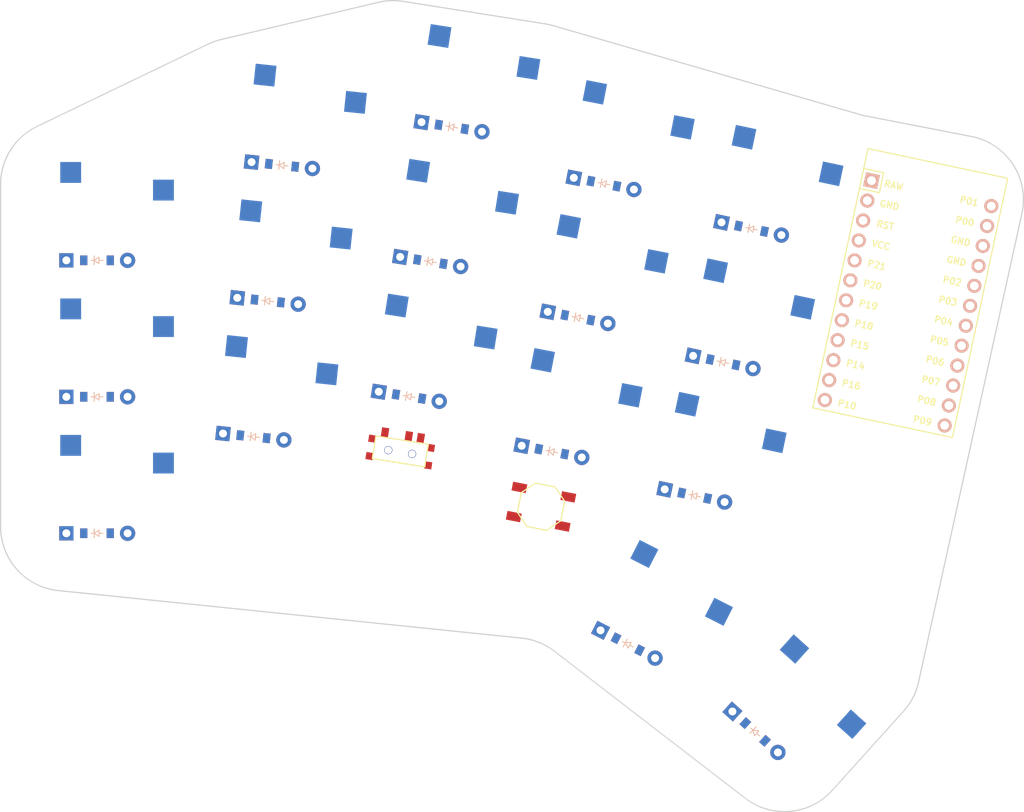
<source format=kicad_pcb>


(kicad_pcb (version 20171130) (host pcbnew 5.1.6)

  (page A3)
  (title_block
    (title "splaynin")
    (rev "v1.0.0")
    (company "Unknown")
  )

  (general
    (thickness 1.6)
  )

  (layers
    (0 F.Cu signal)
    (31 B.Cu signal)
    (32 B.Adhes user)
    (33 F.Adhes user)
    (34 B.Paste user)
    (35 F.Paste user)
    (36 B.SilkS user)
    (37 F.SilkS user)
    (38 B.Mask user)
    (39 F.Mask user)
    (40 Dwgs.User user)
    (41 Cmts.User user)
    (42 Eco1.User user)
    (43 Eco2.User user)
    (44 Edge.Cuts user)
    (45 Margin user)
    (46 B.CrtYd user)
    (47 F.CrtYd user)
    (48 B.Fab user)
    (49 F.Fab user)
  )

  (setup
    (last_trace_width 0.25)
    (trace_clearance 0.2)
    (zone_clearance 0.508)
    (zone_45_only no)
    (trace_min 0.2)
    (via_size 0.8)
    (via_drill 0.4)
    (via_min_size 0.4)
    (via_min_drill 0.3)
    (uvia_size 0.3)
    (uvia_drill 0.1)
    (uvias_allowed no)
    (uvia_min_size 0.2)
    (uvia_min_drill 0.1)
    (edge_width 0.05)
    (segment_width 0.2)
    (pcb_text_width 0.3)
    (pcb_text_size 1.5 1.5)
    (mod_edge_width 0.12)
    (mod_text_size 1 1)
    (mod_text_width 0.15)
    (pad_size 1.524 1.524)
    (pad_drill 0.762)
    (pad_to_mask_clearance 0.05)
    (aux_axis_origin 0 0)
    (visible_elements FFFFFF7F)
    (pcbplotparams
      (layerselection 0x010fc_ffffffff)
      (usegerberextensions false)
      (usegerberattributes true)
      (usegerberadvancedattributes true)
      (creategerberjobfile true)
      (excludeedgelayer true)
      (linewidth 0.100000)
      (plotframeref false)
      (viasonmask false)
      (mode 1)
      (useauxorigin false)
      (hpglpennumber 1)
      (hpglpenspeed 20)
      (hpglpendiameter 15.000000)
      (psnegative false)
      (psa4output false)
      (plotreference true)
      (plotvalue true)
      (plotinvisibletext false)
      (padsonsilk false)
      (subtractmaskfromsilk false)
      (outputformat 1)
      (mirror false)
      (drillshape 1)
      (scaleselection 1)
      (outputdirectory ""))
  )

  (net 0 "")
(net 1 "P14")
(net 2 "pinky_bottom")
(net 3 "pinky_home")
(net 4 "pinky_top")
(net 5 "P16")
(net 6 "ring_bottom")
(net 7 "ring_home")
(net 8 "ring_top")
(net 9 "P10")
(net 10 "middle_bottom")
(net 11 "middle_home")
(net 12 "middle_top")
(net 13 "P8")
(net 14 "index_bottom")
(net 15 "index_home")
(net 16 "index_top")
(net 17 "P9")
(net 18 "inner_bottom")
(net 19 "inner_home")
(net 20 "inner_top")
(net 21 "left_onerow")
(net 22 "right_onerow")
(net 23 "P18")
(net 24 "P19")
(net 25 "P20")
(net 26 "P15")
(net 27 "RAW")
(net 28 "GND")
(net 29 "RST")
(net 30 "VCC")
(net 31 "P21")
(net 32 "P1")
(net 33 "P0")
(net 34 "P2")
(net 35 "P3")
(net 36 "P4")
(net 37 "P5")
(net 38 "P6")
(net 39 "P7")

  (net_class Default "This is the default net class."
    (clearance 0.2)
    (trace_width 0.25)
    (via_dia 0.8)
    (via_drill 0.4)
    (uvia_dia 0.3)
    (uvia_drill 0.1)
    (add_net "")
(add_net "P14")
(add_net "pinky_bottom")
(add_net "pinky_home")
(add_net "pinky_top")
(add_net "P16")
(add_net "ring_bottom")
(add_net "ring_home")
(add_net "ring_top")
(add_net "P10")
(add_net "middle_bottom")
(add_net "middle_home")
(add_net "middle_top")
(add_net "P8")
(add_net "index_bottom")
(add_net "index_home")
(add_net "index_top")
(add_net "P9")
(add_net "inner_bottom")
(add_net "inner_home")
(add_net "inner_top")
(add_net "left_onerow")
(add_net "right_onerow")
(add_net "P18")
(add_net "P19")
(add_net "P20")
(add_net "P15")
(add_net "RAW")
(add_net "GND")
(add_net "RST")
(add_net "VCC")
(add_net "P21")
(add_net "P1")
(add_net "P0")
(add_net "P2")
(add_net "P3")
(add_net "P4")
(add_net "P5")
(add_net "P6")
(add_net "P7")
  )

  
        
      (module PG1350 (layer F.Cu) (tedit 5DD50112)
      (at 100 100 0)

      
      (fp_text reference "S1" (at 0 0) (layer F.SilkS) hide (effects (font (size 1.27 1.27) (thickness 0.15))))
      (fp_text value "" (at 0 0) (layer F.SilkS) hide (effects (font (size 1.27 1.27) (thickness 0.15))))

      
      (fp_line (start -7 -6) (end -7 -7) (layer Dwgs.User) (width 0.15))
      (fp_line (start -7 7) (end -6 7) (layer Dwgs.User) (width 0.15))
      (fp_line (start -6 -7) (end -7 -7) (layer Dwgs.User) (width 0.15))
      (fp_line (start -7 7) (end -7 6) (layer Dwgs.User) (width 0.15))
      (fp_line (start 7 6) (end 7 7) (layer Dwgs.User) (width 0.15))
      (fp_line (start 7 -7) (end 6 -7) (layer Dwgs.User) (width 0.15))
      (fp_line (start 6 7) (end 7 7) (layer Dwgs.User) (width 0.15))
      (fp_line (start 7 -7) (end 7 -6) (layer Dwgs.User) (width 0.15))      
      
      
      (pad "" np_thru_hole circle (at 0 0) (size 3.429 3.429) (drill 3.429) (layers *.Cu *.Mask))
        
      
      (pad "" np_thru_hole circle (at 5.5 0) (size 1.7018 1.7018) (drill 1.7018) (layers *.Cu *.Mask))
      (pad "" np_thru_hole circle (at -5.5 0) (size 1.7018 1.7018) (drill 1.7018) (layers *.Cu *.Mask))
      
        
      
      (fp_line (start -9 -8.5) (end 9 -8.5) (layer Dwgs.User) (width 0.15))
      (fp_line (start 9 -8.5) (end 9 8.5) (layer Dwgs.User) (width 0.15))
      (fp_line (start 9 8.5) (end -9 8.5) (layer Dwgs.User) (width 0.15))
      (fp_line (start -9 8.5) (end -9 -8.5) (layer Dwgs.User) (width 0.15))
      
        
          
          (pad "" np_thru_hole circle (at 5 -3.75) (size 3 3) (drill 3) (layers *.Cu *.Mask))
          (pad "" np_thru_hole circle (at 0 -5.95) (size 3 3) (drill 3) (layers *.Cu *.Mask))
      
          
          (pad 1 smd rect (at -3.275 -5.95 0) (size 2.6 2.6) (layers B.Cu B.Paste B.Mask)  (net 1 "P14"))
          (pad 2 smd rect (at 8.275 -3.75 0) (size 2.6 2.6) (layers B.Cu B.Paste B.Mask)  (net 2 "pinky_bottom"))
        )
        

        
      (module PG1350 (layer F.Cu) (tedit 5DD50112)
      (at 100 83 0)

      
      (fp_text reference "S2" (at 0 0) (layer F.SilkS) hide (effects (font (size 1.27 1.27) (thickness 0.15))))
      (fp_text value "" (at 0 0) (layer F.SilkS) hide (effects (font (size 1.27 1.27) (thickness 0.15))))

      
      (fp_line (start -7 -6) (end -7 -7) (layer Dwgs.User) (width 0.15))
      (fp_line (start -7 7) (end -6 7) (layer Dwgs.User) (width 0.15))
      (fp_line (start -6 -7) (end -7 -7) (layer Dwgs.User) (width 0.15))
      (fp_line (start -7 7) (end -7 6) (layer Dwgs.User) (width 0.15))
      (fp_line (start 7 6) (end 7 7) (layer Dwgs.User) (width 0.15))
      (fp_line (start 7 -7) (end 6 -7) (layer Dwgs.User) (width 0.15))
      (fp_line (start 6 7) (end 7 7) (layer Dwgs.User) (width 0.15))
      (fp_line (start 7 -7) (end 7 -6) (layer Dwgs.User) (width 0.15))      
      
      
      (pad "" np_thru_hole circle (at 0 0) (size 3.429 3.429) (drill 3.429) (layers *.Cu *.Mask))
        
      
      (pad "" np_thru_hole circle (at 5.5 0) (size 1.7018 1.7018) (drill 1.7018) (layers *.Cu *.Mask))
      (pad "" np_thru_hole circle (at -5.5 0) (size 1.7018 1.7018) (drill 1.7018) (layers *.Cu *.Mask))
      
        
      
      (fp_line (start -9 -8.5) (end 9 -8.5) (layer Dwgs.User) (width 0.15))
      (fp_line (start 9 -8.5) (end 9 8.5) (layer Dwgs.User) (width 0.15))
      (fp_line (start 9 8.5) (end -9 8.5) (layer Dwgs.User) (width 0.15))
      (fp_line (start -9 8.5) (end -9 -8.5) (layer Dwgs.User) (width 0.15))
      
        
          
          (pad "" np_thru_hole circle (at 5 -3.75) (size 3 3) (drill 3) (layers *.Cu *.Mask))
          (pad "" np_thru_hole circle (at 0 -5.95) (size 3 3) (drill 3) (layers *.Cu *.Mask))
      
          
          (pad 1 smd rect (at -3.275 -5.95 0) (size 2.6 2.6) (layers B.Cu B.Paste B.Mask)  (net 1 "P14"))
          (pad 2 smd rect (at 8.275 -3.75 0) (size 2.6 2.6) (layers B.Cu B.Paste B.Mask)  (net 3 "pinky_home"))
        )
        

        
      (module PG1350 (layer F.Cu) (tedit 5DD50112)
      (at 100 66 0)

      
      (fp_text reference "S3" (at 0 0) (layer F.SilkS) hide (effects (font (size 1.27 1.27) (thickness 0.15))))
      (fp_text value "" (at 0 0) (layer F.SilkS) hide (effects (font (size 1.27 1.27) (thickness 0.15))))

      
      (fp_line (start -7 -6) (end -7 -7) (layer Dwgs.User) (width 0.15))
      (fp_line (start -7 7) (end -6 7) (layer Dwgs.User) (width 0.15))
      (fp_line (start -6 -7) (end -7 -7) (layer Dwgs.User) (width 0.15))
      (fp_line (start -7 7) (end -7 6) (layer Dwgs.User) (width 0.15))
      (fp_line (start 7 6) (end 7 7) (layer Dwgs.User) (width 0.15))
      (fp_line (start 7 -7) (end 6 -7) (layer Dwgs.User) (width 0.15))
      (fp_line (start 6 7) (end 7 7) (layer Dwgs.User) (width 0.15))
      (fp_line (start 7 -7) (end 7 -6) (layer Dwgs.User) (width 0.15))      
      
      
      (pad "" np_thru_hole circle (at 0 0) (size 3.429 3.429) (drill 3.429) (layers *.Cu *.Mask))
        
      
      (pad "" np_thru_hole circle (at 5.5 0) (size 1.7018 1.7018) (drill 1.7018) (layers *.Cu *.Mask))
      (pad "" np_thru_hole circle (at -5.5 0) (size 1.7018 1.7018) (drill 1.7018) (layers *.Cu *.Mask))
      
        
      
      (fp_line (start -9 -8.5) (end 9 -8.5) (layer Dwgs.User) (width 0.15))
      (fp_line (start 9 -8.5) (end 9 8.5) (layer Dwgs.User) (width 0.15))
      (fp_line (start 9 8.5) (end -9 8.5) (layer Dwgs.User) (width 0.15))
      (fp_line (start -9 8.5) (end -9 -8.5) (layer Dwgs.User) (width 0.15))
      
        
          
          (pad "" np_thru_hole circle (at 5 -3.75) (size 3 3) (drill 3) (layers *.Cu *.Mask))
          (pad "" np_thru_hole circle (at 0 -5.95) (size 3 3) (drill 3) (layers *.Cu *.Mask))
      
          
          (pad 1 smd rect (at -3.275 -5.95 0) (size 2.6 2.6) (layers B.Cu B.Paste B.Mask)  (net 1 "P14"))
          (pad 2 smd rect (at 8.275 -3.75 0) (size 2.6 2.6) (layers B.Cu B.Paste B.Mask)  (net 4 "pinky_top"))
        )
        

        
      (module PG1350 (layer F.Cu) (tedit 5DD50112)
      (at 120 88 -6)

      
      (fp_text reference "S4" (at 0 0) (layer F.SilkS) hide (effects (font (size 1.27 1.27) (thickness 0.15))))
      (fp_text value "" (at 0 0) (layer F.SilkS) hide (effects (font (size 1.27 1.27) (thickness 0.15))))

      
      (fp_line (start -7 -6) (end -7 -7) (layer Dwgs.User) (width 0.15))
      (fp_line (start -7 7) (end -6 7) (layer Dwgs.User) (width 0.15))
      (fp_line (start -6 -7) (end -7 -7) (layer Dwgs.User) (width 0.15))
      (fp_line (start -7 7) (end -7 6) (layer Dwgs.User) (width 0.15))
      (fp_line (start 7 6) (end 7 7) (layer Dwgs.User) (width 0.15))
      (fp_line (start 7 -7) (end 6 -7) (layer Dwgs.User) (width 0.15))
      (fp_line (start 6 7) (end 7 7) (layer Dwgs.User) (width 0.15))
      (fp_line (start 7 -7) (end 7 -6) (layer Dwgs.User) (width 0.15))      
      
      
      (pad "" np_thru_hole circle (at 0 0) (size 3.429 3.429) (drill 3.429) (layers *.Cu *.Mask))
        
      
      (pad "" np_thru_hole circle (at 5.5 0) (size 1.7018 1.7018) (drill 1.7018) (layers *.Cu *.Mask))
      (pad "" np_thru_hole circle (at -5.5 0) (size 1.7018 1.7018) (drill 1.7018) (layers *.Cu *.Mask))
      
        
      
      (fp_line (start -9 -8.5) (end 9 -8.5) (layer Dwgs.User) (width 0.15))
      (fp_line (start 9 -8.5) (end 9 8.5) (layer Dwgs.User) (width 0.15))
      (fp_line (start 9 8.5) (end -9 8.5) (layer Dwgs.User) (width 0.15))
      (fp_line (start -9 8.5) (end -9 -8.5) (layer Dwgs.User) (width 0.15))
      
        
          
          (pad "" np_thru_hole circle (at 5 -3.75) (size 3 3) (drill 3) (layers *.Cu *.Mask))
          (pad "" np_thru_hole circle (at 0 -5.95) (size 3 3) (drill 3) (layers *.Cu *.Mask))
      
          
          (pad 1 smd rect (at -3.275 -5.95 -6) (size 2.6 2.6) (layers B.Cu B.Paste B.Mask)  (net 5 "P16"))
          (pad 2 smd rect (at 8.275 -3.75 -6) (size 2.6 2.6) (layers B.Cu B.Paste B.Mask)  (net 6 "ring_bottom"))
        )
        

        
      (module PG1350 (layer F.Cu) (tedit 5DD50112)
      (at 121.7769839 71.0931278 -6)

      
      (fp_text reference "S5" (at 0 0) (layer F.SilkS) hide (effects (font (size 1.27 1.27) (thickness 0.15))))
      (fp_text value "" (at 0 0) (layer F.SilkS) hide (effects (font (size 1.27 1.27) (thickness 0.15))))

      
      (fp_line (start -7 -6) (end -7 -7) (layer Dwgs.User) (width 0.15))
      (fp_line (start -7 7) (end -6 7) (layer Dwgs.User) (width 0.15))
      (fp_line (start -6 -7) (end -7 -7) (layer Dwgs.User) (width 0.15))
      (fp_line (start -7 7) (end -7 6) (layer Dwgs.User) (width 0.15))
      (fp_line (start 7 6) (end 7 7) (layer Dwgs.User) (width 0.15))
      (fp_line (start 7 -7) (end 6 -7) (layer Dwgs.User) (width 0.15))
      (fp_line (start 6 7) (end 7 7) (layer Dwgs.User) (width 0.15))
      (fp_line (start 7 -7) (end 7 -6) (layer Dwgs.User) (width 0.15))      
      
      
      (pad "" np_thru_hole circle (at 0 0) (size 3.429 3.429) (drill 3.429) (layers *.Cu *.Mask))
        
      
      (pad "" np_thru_hole circle (at 5.5 0) (size 1.7018 1.7018) (drill 1.7018) (layers *.Cu *.Mask))
      (pad "" np_thru_hole circle (at -5.5 0) (size 1.7018 1.7018) (drill 1.7018) (layers *.Cu *.Mask))
      
        
      
      (fp_line (start -9 -8.5) (end 9 -8.5) (layer Dwgs.User) (width 0.15))
      (fp_line (start 9 -8.5) (end 9 8.5) (layer Dwgs.User) (width 0.15))
      (fp_line (start 9 8.5) (end -9 8.5) (layer Dwgs.User) (width 0.15))
      (fp_line (start -9 8.5) (end -9 -8.5) (layer Dwgs.User) (width 0.15))
      
        
          
          (pad "" np_thru_hole circle (at 5 -3.75) (size 3 3) (drill 3) (layers *.Cu *.Mask))
          (pad "" np_thru_hole circle (at 0 -5.95) (size 3 3) (drill 3) (layers *.Cu *.Mask))
      
          
          (pad 1 smd rect (at -3.275 -5.95 -6) (size 2.6 2.6) (layers B.Cu B.Paste B.Mask)  (net 5 "P16"))
          (pad 2 smd rect (at 8.275 -3.75 -6) (size 2.6 2.6) (layers B.Cu B.Paste B.Mask)  (net 7 "ring_home"))
        )
        

        
      (module PG1350 (layer F.Cu) (tedit 5DD50112)
      (at 123.55396780000001 54.18625560000001 -6)

      
      (fp_text reference "S6" (at 0 0) (layer F.SilkS) hide (effects (font (size 1.27 1.27) (thickness 0.15))))
      (fp_text value "" (at 0 0) (layer F.SilkS) hide (effects (font (size 1.27 1.27) (thickness 0.15))))

      
      (fp_line (start -7 -6) (end -7 -7) (layer Dwgs.User) (width 0.15))
      (fp_line (start -7 7) (end -6 7) (layer Dwgs.User) (width 0.15))
      (fp_line (start -6 -7) (end -7 -7) (layer Dwgs.User) (width 0.15))
      (fp_line (start -7 7) (end -7 6) (layer Dwgs.User) (width 0.15))
      (fp_line (start 7 6) (end 7 7) (layer Dwgs.User) (width 0.15))
      (fp_line (start 7 -7) (end 6 -7) (layer Dwgs.User) (width 0.15))
      (fp_line (start 6 7) (end 7 7) (layer Dwgs.User) (width 0.15))
      (fp_line (start 7 -7) (end 7 -6) (layer Dwgs.User) (width 0.15))      
      
      
      (pad "" np_thru_hole circle (at 0 0) (size 3.429 3.429) (drill 3.429) (layers *.Cu *.Mask))
        
      
      (pad "" np_thru_hole circle (at 5.5 0) (size 1.7018 1.7018) (drill 1.7018) (layers *.Cu *.Mask))
      (pad "" np_thru_hole circle (at -5.5 0) (size 1.7018 1.7018) (drill 1.7018) (layers *.Cu *.Mask))
      
        
      
      (fp_line (start -9 -8.5) (end 9 -8.5) (layer Dwgs.User) (width 0.15))
      (fp_line (start 9 -8.5) (end 9 8.5) (layer Dwgs.User) (width 0.15))
      (fp_line (start 9 8.5) (end -9 8.5) (layer Dwgs.User) (width 0.15))
      (fp_line (start -9 8.5) (end -9 -8.5) (layer Dwgs.User) (width 0.15))
      
        
          
          (pad "" np_thru_hole circle (at 5 -3.75) (size 3 3) (drill 3) (layers *.Cu *.Mask))
          (pad "" np_thru_hole circle (at 0 -5.95) (size 3 3) (drill 3) (layers *.Cu *.Mask))
      
          
          (pad 1 smd rect (at -3.275 -5.95 -6) (size 2.6 2.6) (layers B.Cu B.Paste B.Mask)  (net 5 "P16"))
          (pad 2 smd rect (at 8.275 -3.75 -6) (size 2.6 2.6) (layers B.Cu B.Paste B.Mask)  (net 8 "ring_top"))
        )
        

        
      (module PG1350 (layer F.Cu) (tedit 5DD50112)
      (at 139.6276153 83.0243875 -9)

      
      (fp_text reference "S7" (at 0 0) (layer F.SilkS) hide (effects (font (size 1.27 1.27) (thickness 0.15))))
      (fp_text value "" (at 0 0) (layer F.SilkS) hide (effects (font (size 1.27 1.27) (thickness 0.15))))

      
      (fp_line (start -7 -6) (end -7 -7) (layer Dwgs.User) (width 0.15))
      (fp_line (start -7 7) (end -6 7) (layer Dwgs.User) (width 0.15))
      (fp_line (start -6 -7) (end -7 -7) (layer Dwgs.User) (width 0.15))
      (fp_line (start -7 7) (end -7 6) (layer Dwgs.User) (width 0.15))
      (fp_line (start 7 6) (end 7 7) (layer Dwgs.User) (width 0.15))
      (fp_line (start 7 -7) (end 6 -7) (layer Dwgs.User) (width 0.15))
      (fp_line (start 6 7) (end 7 7) (layer Dwgs.User) (width 0.15))
      (fp_line (start 7 -7) (end 7 -6) (layer Dwgs.User) (width 0.15))      
      
      
      (pad "" np_thru_hole circle (at 0 0) (size 3.429 3.429) (drill 3.429) (layers *.Cu *.Mask))
        
      
      (pad "" np_thru_hole circle (at 5.5 0) (size 1.7018 1.7018) (drill 1.7018) (layers *.Cu *.Mask))
      (pad "" np_thru_hole circle (at -5.5 0) (size 1.7018 1.7018) (drill 1.7018) (layers *.Cu *.Mask))
      
        
      
      (fp_line (start -9 -8.5) (end 9 -8.5) (layer Dwgs.User) (width 0.15))
      (fp_line (start 9 -8.5) (end 9 8.5) (layer Dwgs.User) (width 0.15))
      (fp_line (start 9 8.5) (end -9 8.5) (layer Dwgs.User) (width 0.15))
      (fp_line (start -9 8.5) (end -9 -8.5) (layer Dwgs.User) (width 0.15))
      
        
          
          (pad "" np_thru_hole circle (at 5 -3.75) (size 3 3) (drill 3) (layers *.Cu *.Mask))
          (pad "" np_thru_hole circle (at 0 -5.95) (size 3 3) (drill 3) (layers *.Cu *.Mask))
      
          
          (pad 1 smd rect (at -3.275 -5.95 -9) (size 2.6 2.6) (layers B.Cu B.Paste B.Mask)  (net 9 "P10"))
          (pad 2 smd rect (at 8.275 -3.75 -9) (size 2.6 2.6) (layers B.Cu B.Paste B.Mask)  (net 10 "middle_bottom"))
        )
        

        
      (module PG1350 (layer F.Cu) (tedit 5DD50112)
      (at 142.2870012 66.2336857 -9)

      
      (fp_text reference "S8" (at 0 0) (layer F.SilkS) hide (effects (font (size 1.27 1.27) (thickness 0.15))))
      (fp_text value "" (at 0 0) (layer F.SilkS) hide (effects (font (size 1.27 1.27) (thickness 0.15))))

      
      (fp_line (start -7 -6) (end -7 -7) (layer Dwgs.User) (width 0.15))
      (fp_line (start -7 7) (end -6 7) (layer Dwgs.User) (width 0.15))
      (fp_line (start -6 -7) (end -7 -7) (layer Dwgs.User) (width 0.15))
      (fp_line (start -7 7) (end -7 6) (layer Dwgs.User) (width 0.15))
      (fp_line (start 7 6) (end 7 7) (layer Dwgs.User) (width 0.15))
      (fp_line (start 7 -7) (end 6 -7) (layer Dwgs.User) (width 0.15))
      (fp_line (start 6 7) (end 7 7) (layer Dwgs.User) (width 0.15))
      (fp_line (start 7 -7) (end 7 -6) (layer Dwgs.User) (width 0.15))      
      
      
      (pad "" np_thru_hole circle (at 0 0) (size 3.429 3.429) (drill 3.429) (layers *.Cu *.Mask))
        
      
      (pad "" np_thru_hole circle (at 5.5 0) (size 1.7018 1.7018) (drill 1.7018) (layers *.Cu *.Mask))
      (pad "" np_thru_hole circle (at -5.5 0) (size 1.7018 1.7018) (drill 1.7018) (layers *.Cu *.Mask))
      
        
      
      (fp_line (start -9 -8.5) (end 9 -8.5) (layer Dwgs.User) (width 0.15))
      (fp_line (start 9 -8.5) (end 9 8.5) (layer Dwgs.User) (width 0.15))
      (fp_line (start 9 8.5) (end -9 8.5) (layer Dwgs.User) (width 0.15))
      (fp_line (start -9 8.5) (end -9 -8.5) (layer Dwgs.User) (width 0.15))
      
        
          
          (pad "" np_thru_hole circle (at 5 -3.75) (size 3 3) (drill 3) (layers *.Cu *.Mask))
          (pad "" np_thru_hole circle (at 0 -5.95) (size 3 3) (drill 3) (layers *.Cu *.Mask))
      
          
          (pad 1 smd rect (at -3.275 -5.95 -9) (size 2.6 2.6) (layers B.Cu B.Paste B.Mask)  (net 9 "P10"))
          (pad 2 smd rect (at 8.275 -3.75 -9) (size 2.6 2.6) (layers B.Cu B.Paste B.Mask)  (net 11 "middle_home"))
        )
        

        
      (module PG1350 (layer F.Cu) (tedit 5DD50112)
      (at 144.94638709999998 49.442983899999994 -9)

      
      (fp_text reference "S9" (at 0 0) (layer F.SilkS) hide (effects (font (size 1.27 1.27) (thickness 0.15))))
      (fp_text value "" (at 0 0) (layer F.SilkS) hide (effects (font (size 1.27 1.27) (thickness 0.15))))

      
      (fp_line (start -7 -6) (end -7 -7) (layer Dwgs.User) (width 0.15))
      (fp_line (start -7 7) (end -6 7) (layer Dwgs.User) (width 0.15))
      (fp_line (start -6 -7) (end -7 -7) (layer Dwgs.User) (width 0.15))
      (fp_line (start -7 7) (end -7 6) (layer Dwgs.User) (width 0.15))
      (fp_line (start 7 6) (end 7 7) (layer Dwgs.User) (width 0.15))
      (fp_line (start 7 -7) (end 6 -7) (layer Dwgs.User) (width 0.15))
      (fp_line (start 6 7) (end 7 7) (layer Dwgs.User) (width 0.15))
      (fp_line (start 7 -7) (end 7 -6) (layer Dwgs.User) (width 0.15))      
      
      
      (pad "" np_thru_hole circle (at 0 0) (size 3.429 3.429) (drill 3.429) (layers *.Cu *.Mask))
        
      
      (pad "" np_thru_hole circle (at 5.5 0) (size 1.7018 1.7018) (drill 1.7018) (layers *.Cu *.Mask))
      (pad "" np_thru_hole circle (at -5.5 0) (size 1.7018 1.7018) (drill 1.7018) (layers *.Cu *.Mask))
      
        
      
      (fp_line (start -9 -8.5) (end 9 -8.5) (layer Dwgs.User) (width 0.15))
      (fp_line (start 9 -8.5) (end 9 8.5) (layer Dwgs.User) (width 0.15))
      (fp_line (start 9 8.5) (end -9 8.5) (layer Dwgs.User) (width 0.15))
      (fp_line (start -9 8.5) (end -9 -8.5) (layer Dwgs.User) (width 0.15))
      
        
          
          (pad "" np_thru_hole circle (at 5 -3.75) (size 3 3) (drill 3) (layers *.Cu *.Mask))
          (pad "" np_thru_hole circle (at 0 -5.95) (size 3 3) (drill 3) (layers *.Cu *.Mask))
      
          
          (pad 1 smd rect (at -3.275 -5.95 -9) (size 2.6 2.6) (layers B.Cu B.Paste B.Mask)  (net 9 "P10"))
          (pad 2 smd rect (at 8.275 -3.75 -9) (size 2.6 2.6) (layers B.Cu B.Paste B.Mask)  (net 12 "middle_top"))
        )
        

        
      (module PG1350 (layer F.Cu) (tedit 5DD50112)
      (at 157.5704182 89.9161088 -11)

      
      (fp_text reference "S10" (at 0 0) (layer F.SilkS) hide (effects (font (size 1.27 1.27) (thickness 0.15))))
      (fp_text value "" (at 0 0) (layer F.SilkS) hide (effects (font (size 1.27 1.27) (thickness 0.15))))

      
      (fp_line (start -7 -6) (end -7 -7) (layer Dwgs.User) (width 0.15))
      (fp_line (start -7 7) (end -6 7) (layer Dwgs.User) (width 0.15))
      (fp_line (start -6 -7) (end -7 -7) (layer Dwgs.User) (width 0.15))
      (fp_line (start -7 7) (end -7 6) (layer Dwgs.User) (width 0.15))
      (fp_line (start 7 6) (end 7 7) (layer Dwgs.User) (width 0.15))
      (fp_line (start 7 -7) (end 6 -7) (layer Dwgs.User) (width 0.15))
      (fp_line (start 6 7) (end 7 7) (layer Dwgs.User) (width 0.15))
      (fp_line (start 7 -7) (end 7 -6) (layer Dwgs.User) (width 0.15))      
      
      
      (pad "" np_thru_hole circle (at 0 0) (size 3.429 3.429) (drill 3.429) (layers *.Cu *.Mask))
        
      
      (pad "" np_thru_hole circle (at 5.5 0) (size 1.7018 1.7018) (drill 1.7018) (layers *.Cu *.Mask))
      (pad "" np_thru_hole circle (at -5.5 0) (size 1.7018 1.7018) (drill 1.7018) (layers *.Cu *.Mask))
      
        
      
      (fp_line (start -9 -8.5) (end 9 -8.5) (layer Dwgs.User) (width 0.15))
      (fp_line (start 9 -8.5) (end 9 8.5) (layer Dwgs.User) (width 0.15))
      (fp_line (start 9 8.5) (end -9 8.5) (layer Dwgs.User) (width 0.15))
      (fp_line (start -9 8.5) (end -9 -8.5) (layer Dwgs.User) (width 0.15))
      
        
          
          (pad "" np_thru_hole circle (at 5 -3.75) (size 3 3) (drill 3) (layers *.Cu *.Mask))
          (pad "" np_thru_hole circle (at 0 -5.95) (size 3 3) (drill 3) (layers *.Cu *.Mask))
      
          
          (pad 1 smd rect (at -3.275 -5.95 -11) (size 2.6 2.6) (layers B.Cu B.Paste B.Mask)  (net 13 "P8"))
          (pad 2 smd rect (at 8.275 -3.75 -11) (size 2.6 2.6) (layers B.Cu B.Paste B.Mask)  (net 14 "index_bottom"))
        )
        

        
      (module PG1350 (layer F.Cu) (tedit 5DD50112)
      (at 160.8141711 73.2284467 -11)

      
      (fp_text reference "S11" (at 0 0) (layer F.SilkS) hide (effects (font (size 1.27 1.27) (thickness 0.15))))
      (fp_text value "" (at 0 0) (layer F.SilkS) hide (effects (font (size 1.27 1.27) (thickness 0.15))))

      
      (fp_line (start -7 -6) (end -7 -7) (layer Dwgs.User) (width 0.15))
      (fp_line (start -7 7) (end -6 7) (layer Dwgs.User) (width 0.15))
      (fp_line (start -6 -7) (end -7 -7) (layer Dwgs.User) (width 0.15))
      (fp_line (start -7 7) (end -7 6) (layer Dwgs.User) (width 0.15))
      (fp_line (start 7 6) (end 7 7) (layer Dwgs.User) (width 0.15))
      (fp_line (start 7 -7) (end 6 -7) (layer Dwgs.User) (width 0.15))
      (fp_line (start 6 7) (end 7 7) (layer Dwgs.User) (width 0.15))
      (fp_line (start 7 -7) (end 7 -6) (layer Dwgs.User) (width 0.15))      
      
      
      (pad "" np_thru_hole circle (at 0 0) (size 3.429 3.429) (drill 3.429) (layers *.Cu *.Mask))
        
      
      (pad "" np_thru_hole circle (at 5.5 0) (size 1.7018 1.7018) (drill 1.7018) (layers *.Cu *.Mask))
      (pad "" np_thru_hole circle (at -5.5 0) (size 1.7018 1.7018) (drill 1.7018) (layers *.Cu *.Mask))
      
        
      
      (fp_line (start -9 -8.5) (end 9 -8.5) (layer Dwgs.User) (width 0.15))
      (fp_line (start 9 -8.5) (end 9 8.5) (layer Dwgs.User) (width 0.15))
      (fp_line (start 9 8.5) (end -9 8.5) (layer Dwgs.User) (width 0.15))
      (fp_line (start -9 8.5) (end -9 -8.5) (layer Dwgs.User) (width 0.15))
      
        
          
          (pad "" np_thru_hole circle (at 5 -3.75) (size 3 3) (drill 3) (layers *.Cu *.Mask))
          (pad "" np_thru_hole circle (at 0 -5.95) (size 3 3) (drill 3) (layers *.Cu *.Mask))
      
          
          (pad 1 smd rect (at -3.275 -5.95 -11) (size 2.6 2.6) (layers B.Cu B.Paste B.Mask)  (net 13 "P8"))
          (pad 2 smd rect (at 8.275 -3.75 -11) (size 2.6 2.6) (layers B.Cu B.Paste B.Mask)  (net 15 "index_home"))
        )
        

        
      (module PG1350 (layer F.Cu) (tedit 5DD50112)
      (at 164.057924 56.54078460000001 -11)

      
      (fp_text reference "S12" (at 0 0) (layer F.SilkS) hide (effects (font (size 1.27 1.27) (thickness 0.15))))
      (fp_text value "" (at 0 0) (layer F.SilkS) hide (effects (font (size 1.27 1.27) (thickness 0.15))))

      
      (fp_line (start -7 -6) (end -7 -7) (layer Dwgs.User) (width 0.15))
      (fp_line (start -7 7) (end -6 7) (layer Dwgs.User) (width 0.15))
      (fp_line (start -6 -7) (end -7 -7) (layer Dwgs.User) (width 0.15))
      (fp_line (start -7 7) (end -7 6) (layer Dwgs.User) (width 0.15))
      (fp_line (start 7 6) (end 7 7) (layer Dwgs.User) (width 0.15))
      (fp_line (start 7 -7) (end 6 -7) (layer Dwgs.User) (width 0.15))
      (fp_line (start 6 7) (end 7 7) (layer Dwgs.User) (width 0.15))
      (fp_line (start 7 -7) (end 7 -6) (layer Dwgs.User) (width 0.15))      
      
      
      (pad "" np_thru_hole circle (at 0 0) (size 3.429 3.429) (drill 3.429) (layers *.Cu *.Mask))
        
      
      (pad "" np_thru_hole circle (at 5.5 0) (size 1.7018 1.7018) (drill 1.7018) (layers *.Cu *.Mask))
      (pad "" np_thru_hole circle (at -5.5 0) (size 1.7018 1.7018) (drill 1.7018) (layers *.Cu *.Mask))
      
        
      
      (fp_line (start -9 -8.5) (end 9 -8.5) (layer Dwgs.User) (width 0.15))
      (fp_line (start 9 -8.5) (end 9 8.5) (layer Dwgs.User) (width 0.15))
      (fp_line (start 9 8.5) (end -9 8.5) (layer Dwgs.User) (width 0.15))
      (fp_line (start -9 8.5) (end -9 -8.5) (layer Dwgs.User) (width 0.15))
      
        
          
          (pad "" np_thru_hole circle (at 5 -3.75) (size 3 3) (drill 3) (layers *.Cu *.Mask))
          (pad "" np_thru_hole circle (at 0 -5.95) (size 3 3) (drill 3) (layers *.Cu *.Mask))
      
          
          (pad 1 smd rect (at -3.275 -5.95 -11) (size 2.6 2.6) (layers B.Cu B.Paste B.Mask)  (net 13 "P8"))
          (pad 2 smd rect (at 8.275 -3.75 -11) (size 2.6 2.6) (layers B.Cu B.Paste B.Mask)  (net 16 "index_top"))
        )
        

        
      (module PG1350 (layer F.Cu) (tedit 5DD50112)
      (at 175.44706580000002 95.4284104 -12)

      
      (fp_text reference "S13" (at 0 0) (layer F.SilkS) hide (effects (font (size 1.27 1.27) (thickness 0.15))))
      (fp_text value "" (at 0 0) (layer F.SilkS) hide (effects (font (size 1.27 1.27) (thickness 0.15))))

      
      (fp_line (start -7 -6) (end -7 -7) (layer Dwgs.User) (width 0.15))
      (fp_line (start -7 7) (end -6 7) (layer Dwgs.User) (width 0.15))
      (fp_line (start -6 -7) (end -7 -7) (layer Dwgs.User) (width 0.15))
      (fp_line (start -7 7) (end -7 6) (layer Dwgs.User) (width 0.15))
      (fp_line (start 7 6) (end 7 7) (layer Dwgs.User) (width 0.15))
      (fp_line (start 7 -7) (end 6 -7) (layer Dwgs.User) (width 0.15))
      (fp_line (start 6 7) (end 7 7) (layer Dwgs.User) (width 0.15))
      (fp_line (start 7 -7) (end 7 -6) (layer Dwgs.User) (width 0.15))      
      
      
      (pad "" np_thru_hole circle (at 0 0) (size 3.429 3.429) (drill 3.429) (layers *.Cu *.Mask))
        
      
      (pad "" np_thru_hole circle (at 5.5 0) (size 1.7018 1.7018) (drill 1.7018) (layers *.Cu *.Mask))
      (pad "" np_thru_hole circle (at -5.5 0) (size 1.7018 1.7018) (drill 1.7018) (layers *.Cu *.Mask))
      
        
      
      (fp_line (start -9 -8.5) (end 9 -8.5) (layer Dwgs.User) (width 0.15))
      (fp_line (start 9 -8.5) (end 9 8.5) (layer Dwgs.User) (width 0.15))
      (fp_line (start 9 8.5) (end -9 8.5) (layer Dwgs.User) (width 0.15))
      (fp_line (start -9 8.5) (end -9 -8.5) (layer Dwgs.User) (width 0.15))
      
        
          
          (pad "" np_thru_hole circle (at 5 -3.75) (size 3 3) (drill 3) (layers *.Cu *.Mask))
          (pad "" np_thru_hole circle (at 0 -5.95) (size 3 3) (drill 3) (layers *.Cu *.Mask))
      
          
          (pad 1 smd rect (at -3.275 -5.95 -12) (size 2.6 2.6) (layers B.Cu B.Paste B.Mask)  (net 17 "P9"))
          (pad 2 smd rect (at 8.275 -3.75 -12) (size 2.6 2.6) (layers B.Cu B.Paste B.Mask)  (net 18 "inner_bottom"))
        )
        

        
      (module PG1350 (layer F.Cu) (tedit 5DD50112)
      (at 178.98156450000002 78.79990120000001 -12)

      
      (fp_text reference "S14" (at 0 0) (layer F.SilkS) hide (effects (font (size 1.27 1.27) (thickness 0.15))))
      (fp_text value "" (at 0 0) (layer F.SilkS) hide (effects (font (size 1.27 1.27) (thickness 0.15))))

      
      (fp_line (start -7 -6) (end -7 -7) (layer Dwgs.User) (width 0.15))
      (fp_line (start -7 7) (end -6 7) (layer Dwgs.User) (width 0.15))
      (fp_line (start -6 -7) (end -7 -7) (layer Dwgs.User) (width 0.15))
      (fp_line (start -7 7) (end -7 6) (layer Dwgs.User) (width 0.15))
      (fp_line (start 7 6) (end 7 7) (layer Dwgs.User) (width 0.15))
      (fp_line (start 7 -7) (end 6 -7) (layer Dwgs.User) (width 0.15))
      (fp_line (start 6 7) (end 7 7) (layer Dwgs.User) (width 0.15))
      (fp_line (start 7 -7) (end 7 -6) (layer Dwgs.User) (width 0.15))      
      
      
      (pad "" np_thru_hole circle (at 0 0) (size 3.429 3.429) (drill 3.429) (layers *.Cu *.Mask))
        
      
      (pad "" np_thru_hole circle (at 5.5 0) (size 1.7018 1.7018) (drill 1.7018) (layers *.Cu *.Mask))
      (pad "" np_thru_hole circle (at -5.5 0) (size 1.7018 1.7018) (drill 1.7018) (layers *.Cu *.Mask))
      
        
      
      (fp_line (start -9 -8.5) (end 9 -8.5) (layer Dwgs.User) (width 0.15))
      (fp_line (start 9 -8.5) (end 9 8.5) (layer Dwgs.User) (width 0.15))
      (fp_line (start 9 8.5) (end -9 8.5) (layer Dwgs.User) (width 0.15))
      (fp_line (start -9 8.5) (end -9 -8.5) (layer Dwgs.User) (width 0.15))
      
        
          
          (pad "" np_thru_hole circle (at 5 -3.75) (size 3 3) (drill 3) (layers *.Cu *.Mask))
          (pad "" np_thru_hole circle (at 0 -5.95) (size 3 3) (drill 3) (layers *.Cu *.Mask))
      
          
          (pad 1 smd rect (at -3.275 -5.95 -12) (size 2.6 2.6) (layers B.Cu B.Paste B.Mask)  (net 17 "P9"))
          (pad 2 smd rect (at 8.275 -3.75 -12) (size 2.6 2.6) (layers B.Cu B.Paste B.Mask)  (net 19 "inner_home"))
        )
        

        
      (module PG1350 (layer F.Cu) (tedit 5DD50112)
      (at 182.51606320000002 62.17139200000001 -12)

      
      (fp_text reference "S15" (at 0 0) (layer F.SilkS) hide (effects (font (size 1.27 1.27) (thickness 0.15))))
      (fp_text value "" (at 0 0) (layer F.SilkS) hide (effects (font (size 1.27 1.27) (thickness 0.15))))

      
      (fp_line (start -7 -6) (end -7 -7) (layer Dwgs.User) (width 0.15))
      (fp_line (start -7 7) (end -6 7) (layer Dwgs.User) (width 0.15))
      (fp_line (start -6 -7) (end -7 -7) (layer Dwgs.User) (width 0.15))
      (fp_line (start -7 7) (end -7 6) (layer Dwgs.User) (width 0.15))
      (fp_line (start 7 6) (end 7 7) (layer Dwgs.User) (width 0.15))
      (fp_line (start 7 -7) (end 6 -7) (layer Dwgs.User) (width 0.15))
      (fp_line (start 6 7) (end 7 7) (layer Dwgs.User) (width 0.15))
      (fp_line (start 7 -7) (end 7 -6) (layer Dwgs.User) (width 0.15))      
      
      
      (pad "" np_thru_hole circle (at 0 0) (size 3.429 3.429) (drill 3.429) (layers *.Cu *.Mask))
        
      
      (pad "" np_thru_hole circle (at 5.5 0) (size 1.7018 1.7018) (drill 1.7018) (layers *.Cu *.Mask))
      (pad "" np_thru_hole circle (at -5.5 0) (size 1.7018 1.7018) (drill 1.7018) (layers *.Cu *.Mask))
      
        
      
      (fp_line (start -9 -8.5) (end 9 -8.5) (layer Dwgs.User) (width 0.15))
      (fp_line (start 9 -8.5) (end 9 8.5) (layer Dwgs.User) (width 0.15))
      (fp_line (start 9 8.5) (end -9 8.5) (layer Dwgs.User) (width 0.15))
      (fp_line (start -9 8.5) (end -9 -8.5) (layer Dwgs.User) (width 0.15))
      
        
          
          (pad "" np_thru_hole circle (at 5 -3.75) (size 3 3) (drill 3) (layers *.Cu *.Mask))
          (pad "" np_thru_hole circle (at 0 -5.95) (size 3 3) (drill 3) (layers *.Cu *.Mask))
      
          
          (pad 1 smd rect (at -3.275 -5.95 -12) (size 2.6 2.6) (layers B.Cu B.Paste B.Mask)  (net 17 "P9"))
          (pad 2 smd rect (at 8.275 -3.75 -12) (size 2.6 2.6) (layers B.Cu B.Paste B.Mask)  (net 20 "inner_top"))
        )
        

        
      (module PG1350 (layer F.Cu) (tedit 5DD50112)
      (at 168.3543892 114.36762730000001 -27)

      
      (fp_text reference "S16" (at 0 0) (layer F.SilkS) hide (effects (font (size 1.27 1.27) (thickness 0.15))))
      (fp_text value "" (at 0 0) (layer F.SilkS) hide (effects (font (size 1.27 1.27) (thickness 0.15))))

      
      (fp_line (start -7 -6) (end -7 -7) (layer Dwgs.User) (width 0.15))
      (fp_line (start -7 7) (end -6 7) (layer Dwgs.User) (width 0.15))
      (fp_line (start -6 -7) (end -7 -7) (layer Dwgs.User) (width 0.15))
      (fp_line (start -7 7) (end -7 6) (layer Dwgs.User) (width 0.15))
      (fp_line (start 7 6) (end 7 7) (layer Dwgs.User) (width 0.15))
      (fp_line (start 7 -7) (end 6 -7) (layer Dwgs.User) (width 0.15))
      (fp_line (start 6 7) (end 7 7) (layer Dwgs.User) (width 0.15))
      (fp_line (start 7 -7) (end 7 -6) (layer Dwgs.User) (width 0.15))      
      
      
      (pad "" np_thru_hole circle (at 0 0) (size 3.429 3.429) (drill 3.429) (layers *.Cu *.Mask))
        
      
      (pad "" np_thru_hole circle (at 5.5 0) (size 1.7018 1.7018) (drill 1.7018) (layers *.Cu *.Mask))
      (pad "" np_thru_hole circle (at -5.5 0) (size 1.7018 1.7018) (drill 1.7018) (layers *.Cu *.Mask))
      
        
      
      (fp_line (start -9 -8.5) (end 9 -8.5) (layer Dwgs.User) (width 0.15))
      (fp_line (start 9 -8.5) (end 9 8.5) (layer Dwgs.User) (width 0.15))
      (fp_line (start 9 8.5) (end -9 8.5) (layer Dwgs.User) (width 0.15))
      (fp_line (start -9 8.5) (end -9 -8.5) (layer Dwgs.User) (width 0.15))
      
        
          
          (pad "" np_thru_hole circle (at 5 -3.75) (size 3 3) (drill 3) (layers *.Cu *.Mask))
          (pad "" np_thru_hole circle (at 0 -5.95) (size 3 3) (drill 3) (layers *.Cu *.Mask))
      
          
          (pad 1 smd rect (at -3.275 -5.95 -27) (size 2.6 2.6) (layers B.Cu B.Paste B.Mask)  (net 13 "P8"))
          (pad 2 smd rect (at 8.275 -3.75 -27) (size 2.6 2.6) (layers B.Cu B.Paste B.Mask)  (net 21 "left_onerow"))
        )
        

        
      (module PG1350 (layer F.Cu) (tedit 5DD50112)
      (at 185.2836799 126.0331378 -42)

      
      (fp_text reference "S17" (at 0 0) (layer F.SilkS) hide (effects (font (size 1.27 1.27) (thickness 0.15))))
      (fp_text value "" (at 0 0) (layer F.SilkS) hide (effects (font (size 1.27 1.27) (thickness 0.15))))

      
      (fp_line (start -7 -6) (end -7 -7) (layer Dwgs.User) (width 0.15))
      (fp_line (start -7 7) (end -6 7) (layer Dwgs.User) (width 0.15))
      (fp_line (start -6 -7) (end -7 -7) (layer Dwgs.User) (width 0.15))
      (fp_line (start -7 7) (end -7 6) (layer Dwgs.User) (width 0.15))
      (fp_line (start 7 6) (end 7 7) (layer Dwgs.User) (width 0.15))
      (fp_line (start 7 -7) (end 6 -7) (layer Dwgs.User) (width 0.15))
      (fp_line (start 6 7) (end 7 7) (layer Dwgs.User) (width 0.15))
      (fp_line (start 7 -7) (end 7 -6) (layer Dwgs.User) (width 0.15))      
      
      
      (pad "" np_thru_hole circle (at 0 0) (size 3.429 3.429) (drill 3.429) (layers *.Cu *.Mask))
        
      
      (pad "" np_thru_hole circle (at 5.5 0) (size 1.7018 1.7018) (drill 1.7018) (layers *.Cu *.Mask))
      (pad "" np_thru_hole circle (at -5.5 0) (size 1.7018 1.7018) (drill 1.7018) (layers *.Cu *.Mask))
      
        
      
      (fp_line (start -9 -8.5) (end 9 -8.5) (layer Dwgs.User) (width 0.15))
      (fp_line (start 9 -8.5) (end 9 8.5) (layer Dwgs.User) (width 0.15))
      (fp_line (start 9 8.5) (end -9 8.5) (layer Dwgs.User) (width 0.15))
      (fp_line (start -9 8.5) (end -9 -8.5) (layer Dwgs.User) (width 0.15))
      
        
          
          (pad "" np_thru_hole circle (at 5 -3.75) (size 3 3) (drill 3) (layers *.Cu *.Mask))
          (pad "" np_thru_hole circle (at 0 -5.95) (size 3 3) (drill 3) (layers *.Cu *.Mask))
      
          
          (pad 1 smd rect (at -3.275 -5.95 -42) (size 2.6 2.6) (layers B.Cu B.Paste B.Mask)  (net 17 "P9"))
          (pad 2 smd rect (at 8.275 -3.75 -42) (size 2.6 2.6) (layers B.Cu B.Paste B.Mask)  (net 22 "right_onerow"))
        )
        

  
    (module ComboDiode (layer F.Cu) (tedit 5B24D78E)


        (at 100 105 0)

        
        (fp_text reference "D1" (at 0 0) (layer F.SilkS) hide (effects (font (size 1.27 1.27) (thickness 0.15))))
        (fp_text value "" (at 0 0) (layer F.SilkS) hide (effects (font (size 1.27 1.27) (thickness 0.15))))
        
        
        (fp_line (start 0.25 0) (end 0.75 0) (layer F.SilkS) (width 0.1))
        (fp_line (start 0.25 0.4) (end -0.35 0) (layer F.SilkS) (width 0.1))
        (fp_line (start 0.25 -0.4) (end 0.25 0.4) (layer F.SilkS) (width 0.1))
        (fp_line (start -0.35 0) (end 0.25 -0.4) (layer F.SilkS) (width 0.1))
        (fp_line (start -0.35 0) (end -0.35 0.55) (layer F.SilkS) (width 0.1))
        (fp_line (start -0.35 0) (end -0.35 -0.55) (layer F.SilkS) (width 0.1))
        (fp_line (start -0.75 0) (end -0.35 0) (layer F.SilkS) (width 0.1))
        (fp_line (start 0.25 0) (end 0.75 0) (layer B.SilkS) (width 0.1))
        (fp_line (start 0.25 0.4) (end -0.35 0) (layer B.SilkS) (width 0.1))
        (fp_line (start 0.25 -0.4) (end 0.25 0.4) (layer B.SilkS) (width 0.1))
        (fp_line (start -0.35 0) (end 0.25 -0.4) (layer B.SilkS) (width 0.1))
        (fp_line (start -0.35 0) (end -0.35 0.55) (layer B.SilkS) (width 0.1))
        (fp_line (start -0.35 0) (end -0.35 -0.55) (layer B.SilkS) (width 0.1))
        (fp_line (start -0.75 0) (end -0.35 0) (layer B.SilkS) (width 0.1))
    
        
        (pad 1 smd rect (at -1.65 0 0) (size 0.9 1.2) (layers F.Cu F.Paste F.Mask) (net 23 "P18"))
        (pad 2 smd rect (at 1.65 0 0) (size 0.9 1.2) (layers B.Cu B.Paste B.Mask) (net 2 "pinky_bottom"))
        (pad 1 smd rect (at -1.65 0 0) (size 0.9 1.2) (layers B.Cu B.Paste B.Mask) (net 23 "P18"))
        (pad 2 smd rect (at 1.65 0 0) (size 0.9 1.2) (layers F.Cu F.Paste F.Mask) (net 2 "pinky_bottom"))
        
        
        (pad 1 thru_hole rect (at -3.81 0 0) (size 1.778 1.778) (drill 0.9906) (layers *.Cu *.Mask) (net 23 "P18"))
        (pad 2 thru_hole circle (at 3.81 0 0) (size 1.905 1.905) (drill 0.9906) (layers *.Cu *.Mask) (net 2 "pinky_bottom"))
    )
  
    

  
    (module ComboDiode (layer F.Cu) (tedit 5B24D78E)


        (at 100 88 0)

        
        (fp_text reference "D2" (at 0 0) (layer F.SilkS) hide (effects (font (size 1.27 1.27) (thickness 0.15))))
        (fp_text value "" (at 0 0) (layer F.SilkS) hide (effects (font (size 1.27 1.27) (thickness 0.15))))
        
        
        (fp_line (start 0.25 0) (end 0.75 0) (layer F.SilkS) (width 0.1))
        (fp_line (start 0.25 0.4) (end -0.35 0) (layer F.SilkS) (width 0.1))
        (fp_line (start 0.25 -0.4) (end 0.25 0.4) (layer F.SilkS) (width 0.1))
        (fp_line (start -0.35 0) (end 0.25 -0.4) (layer F.SilkS) (width 0.1))
        (fp_line (start -0.35 0) (end -0.35 0.55) (layer F.SilkS) (width 0.1))
        (fp_line (start -0.35 0) (end -0.35 -0.55) (layer F.SilkS) (width 0.1))
        (fp_line (start -0.75 0) (end -0.35 0) (layer F.SilkS) (width 0.1))
        (fp_line (start 0.25 0) (end 0.75 0) (layer B.SilkS) (width 0.1))
        (fp_line (start 0.25 0.4) (end -0.35 0) (layer B.SilkS) (width 0.1))
        (fp_line (start 0.25 -0.4) (end 0.25 0.4) (layer B.SilkS) (width 0.1))
        (fp_line (start -0.35 0) (end 0.25 -0.4) (layer B.SilkS) (width 0.1))
        (fp_line (start -0.35 0) (end -0.35 0.55) (layer B.SilkS) (width 0.1))
        (fp_line (start -0.35 0) (end -0.35 -0.55) (layer B.SilkS) (width 0.1))
        (fp_line (start -0.75 0) (end -0.35 0) (layer B.SilkS) (width 0.1))
    
        
        (pad 1 smd rect (at -1.65 0 0) (size 0.9 1.2) (layers F.Cu F.Paste F.Mask) (net 24 "P19"))
        (pad 2 smd rect (at 1.65 0 0) (size 0.9 1.2) (layers B.Cu B.Paste B.Mask) (net 3 "pinky_home"))
        (pad 1 smd rect (at -1.65 0 0) (size 0.9 1.2) (layers B.Cu B.Paste B.Mask) (net 24 "P19"))
        (pad 2 smd rect (at 1.65 0 0) (size 0.9 1.2) (layers F.Cu F.Paste F.Mask) (net 3 "pinky_home"))
        
        
        (pad 1 thru_hole rect (at -3.81 0 0) (size 1.778 1.778) (drill 0.9906) (layers *.Cu *.Mask) (net 24 "P19"))
        (pad 2 thru_hole circle (at 3.81 0 0) (size 1.905 1.905) (drill 0.9906) (layers *.Cu *.Mask) (net 3 "pinky_home"))
    )
  
    

  
    (module ComboDiode (layer F.Cu) (tedit 5B24D78E)


        (at 100 71 0)

        
        (fp_text reference "D3" (at 0 0) (layer F.SilkS) hide (effects (font (size 1.27 1.27) (thickness 0.15))))
        (fp_text value "" (at 0 0) (layer F.SilkS) hide (effects (font (size 1.27 1.27) (thickness 0.15))))
        
        
        (fp_line (start 0.25 0) (end 0.75 0) (layer F.SilkS) (width 0.1))
        (fp_line (start 0.25 0.4) (end -0.35 0) (layer F.SilkS) (width 0.1))
        (fp_line (start 0.25 -0.4) (end 0.25 0.4) (layer F.SilkS) (width 0.1))
        (fp_line (start -0.35 0) (end 0.25 -0.4) (layer F.SilkS) (width 0.1))
        (fp_line (start -0.35 0) (end -0.35 0.55) (layer F.SilkS) (width 0.1))
        (fp_line (start -0.35 0) (end -0.35 -0.55) (layer F.SilkS) (width 0.1))
        (fp_line (start -0.75 0) (end -0.35 0) (layer F.SilkS) (width 0.1))
        (fp_line (start 0.25 0) (end 0.75 0) (layer B.SilkS) (width 0.1))
        (fp_line (start 0.25 0.4) (end -0.35 0) (layer B.SilkS) (width 0.1))
        (fp_line (start 0.25 -0.4) (end 0.25 0.4) (layer B.SilkS) (width 0.1))
        (fp_line (start -0.35 0) (end 0.25 -0.4) (layer B.SilkS) (width 0.1))
        (fp_line (start -0.35 0) (end -0.35 0.55) (layer B.SilkS) (width 0.1))
        (fp_line (start -0.35 0) (end -0.35 -0.55) (layer B.SilkS) (width 0.1))
        (fp_line (start -0.75 0) (end -0.35 0) (layer B.SilkS) (width 0.1))
    
        
        (pad 1 smd rect (at -1.65 0 0) (size 0.9 1.2) (layers F.Cu F.Paste F.Mask) (net 25 "P20"))
        (pad 2 smd rect (at 1.65 0 0) (size 0.9 1.2) (layers B.Cu B.Paste B.Mask) (net 4 "pinky_top"))
        (pad 1 smd rect (at -1.65 0 0) (size 0.9 1.2) (layers B.Cu B.Paste B.Mask) (net 25 "P20"))
        (pad 2 smd rect (at 1.65 0 0) (size 0.9 1.2) (layers F.Cu F.Paste F.Mask) (net 4 "pinky_top"))
        
        
        (pad 1 thru_hole rect (at -3.81 0 0) (size 1.778 1.778) (drill 0.9906) (layers *.Cu *.Mask) (net 25 "P20"))
        (pad 2 thru_hole circle (at 3.81 0 0) (size 1.905 1.905) (drill 0.9906) (layers *.Cu *.Mask) (net 4 "pinky_top"))
    )
  
    

  
    (module ComboDiode (layer F.Cu) (tedit 5B24D78E)


        (at 119.4773577 92.9726095 -6)

        
        (fp_text reference "D4" (at 0 0) (layer F.SilkS) hide (effects (font (size 1.27 1.27) (thickness 0.15))))
        (fp_text value "" (at 0 0) (layer F.SilkS) hide (effects (font (size 1.27 1.27) (thickness 0.15))))
        
        
        (fp_line (start 0.25 0) (end 0.75 0) (layer F.SilkS) (width 0.1))
        (fp_line (start 0.25 0.4) (end -0.35 0) (layer F.SilkS) (width 0.1))
        (fp_line (start 0.25 -0.4) (end 0.25 0.4) (layer F.SilkS) (width 0.1))
        (fp_line (start -0.35 0) (end 0.25 -0.4) (layer F.SilkS) (width 0.1))
        (fp_line (start -0.35 0) (end -0.35 0.55) (layer F.SilkS) (width 0.1))
        (fp_line (start -0.35 0) (end -0.35 -0.55) (layer F.SilkS) (width 0.1))
        (fp_line (start -0.75 0) (end -0.35 0) (layer F.SilkS) (width 0.1))
        (fp_line (start 0.25 0) (end 0.75 0) (layer B.SilkS) (width 0.1))
        (fp_line (start 0.25 0.4) (end -0.35 0) (layer B.SilkS) (width 0.1))
        (fp_line (start 0.25 -0.4) (end 0.25 0.4) (layer B.SilkS) (width 0.1))
        (fp_line (start -0.35 0) (end 0.25 -0.4) (layer B.SilkS) (width 0.1))
        (fp_line (start -0.35 0) (end -0.35 0.55) (layer B.SilkS) (width 0.1))
        (fp_line (start -0.35 0) (end -0.35 -0.55) (layer B.SilkS) (width 0.1))
        (fp_line (start -0.75 0) (end -0.35 0) (layer B.SilkS) (width 0.1))
    
        
        (pad 1 smd rect (at -1.65 0 -6) (size 0.9 1.2) (layers F.Cu F.Paste F.Mask) (net 23 "P18"))
        (pad 2 smd rect (at 1.65 0 -6) (size 0.9 1.2) (layers B.Cu B.Paste B.Mask) (net 6 "ring_bottom"))
        (pad 1 smd rect (at -1.65 0 -6) (size 0.9 1.2) (layers B.Cu B.Paste B.Mask) (net 23 "P18"))
        (pad 2 smd rect (at 1.65 0 -6) (size 0.9 1.2) (layers F.Cu F.Paste F.Mask) (net 6 "ring_bottom"))
        
        
        (pad 1 thru_hole rect (at -3.81 0 -6) (size 1.778 1.778) (drill 0.9906) (layers *.Cu *.Mask) (net 23 "P18"))
        (pad 2 thru_hole circle (at 3.81 0 -6) (size 1.905 1.905) (drill 0.9906) (layers *.Cu *.Mask) (net 6 "ring_bottom"))
    )
  
    

  
    (module ComboDiode (layer F.Cu) (tedit 5B24D78E)


        (at 121.2543416 76.06573730000001 -6)

        
        (fp_text reference "D5" (at 0 0) (layer F.SilkS) hide (effects (font (size 1.27 1.27) (thickness 0.15))))
        (fp_text value "" (at 0 0) (layer F.SilkS) hide (effects (font (size 1.27 1.27) (thickness 0.15))))
        
        
        (fp_line (start 0.25 0) (end 0.75 0) (layer F.SilkS) (width 0.1))
        (fp_line (start 0.25 0.4) (end -0.35 0) (layer F.SilkS) (width 0.1))
        (fp_line (start 0.25 -0.4) (end 0.25 0.4) (layer F.SilkS) (width 0.1))
        (fp_line (start -0.35 0) (end 0.25 -0.4) (layer F.SilkS) (width 0.1))
        (fp_line (start -0.35 0) (end -0.35 0.55) (layer F.SilkS) (width 0.1))
        (fp_line (start -0.35 0) (end -0.35 -0.55) (layer F.SilkS) (width 0.1))
        (fp_line (start -0.75 0) (end -0.35 0) (layer F.SilkS) (width 0.1))
        (fp_line (start 0.25 0) (end 0.75 0) (layer B.SilkS) (width 0.1))
        (fp_line (start 0.25 0.4) (end -0.35 0) (layer B.SilkS) (width 0.1))
        (fp_line (start 0.25 -0.4) (end 0.25 0.4) (layer B.SilkS) (width 0.1))
        (fp_line (start -0.35 0) (end 0.25 -0.4) (layer B.SilkS) (width 0.1))
        (fp_line (start -0.35 0) (end -0.35 0.55) (layer B.SilkS) (width 0.1))
        (fp_line (start -0.35 0) (end -0.35 -0.55) (layer B.SilkS) (width 0.1))
        (fp_line (start -0.75 0) (end -0.35 0) (layer B.SilkS) (width 0.1))
    
        
        (pad 1 smd rect (at -1.65 0 -6) (size 0.9 1.2) (layers F.Cu F.Paste F.Mask) (net 24 "P19"))
        (pad 2 smd rect (at 1.65 0 -6) (size 0.9 1.2) (layers B.Cu B.Paste B.Mask) (net 7 "ring_home"))
        (pad 1 smd rect (at -1.65 0 -6) (size 0.9 1.2) (layers B.Cu B.Paste B.Mask) (net 24 "P19"))
        (pad 2 smd rect (at 1.65 0 -6) (size 0.9 1.2) (layers F.Cu F.Paste F.Mask) (net 7 "ring_home"))
        
        
        (pad 1 thru_hole rect (at -3.81 0 -6) (size 1.778 1.778) (drill 0.9906) (layers *.Cu *.Mask) (net 24 "P19"))
        (pad 2 thru_hole circle (at 3.81 0 -6) (size 1.905 1.905) (drill 0.9906) (layers *.Cu *.Mask) (net 7 "ring_home"))
    )
  
    

  
    (module ComboDiode (layer F.Cu) (tedit 5B24D78E)


        (at 123.03132550000001 59.15886510000001 -6)

        
        (fp_text reference "D6" (at 0 0) (layer F.SilkS) hide (effects (font (size 1.27 1.27) (thickness 0.15))))
        (fp_text value "" (at 0 0) (layer F.SilkS) hide (effects (font (size 1.27 1.27) (thickness 0.15))))
        
        
        (fp_line (start 0.25 0) (end 0.75 0) (layer F.SilkS) (width 0.1))
        (fp_line (start 0.25 0.4) (end -0.35 0) (layer F.SilkS) (width 0.1))
        (fp_line (start 0.25 -0.4) (end 0.25 0.4) (layer F.SilkS) (width 0.1))
        (fp_line (start -0.35 0) (end 0.25 -0.4) (layer F.SilkS) (width 0.1))
        (fp_line (start -0.35 0) (end -0.35 0.55) (layer F.SilkS) (width 0.1))
        (fp_line (start -0.35 0) (end -0.35 -0.55) (layer F.SilkS) (width 0.1))
        (fp_line (start -0.75 0) (end -0.35 0) (layer F.SilkS) (width 0.1))
        (fp_line (start 0.25 0) (end 0.75 0) (layer B.SilkS) (width 0.1))
        (fp_line (start 0.25 0.4) (end -0.35 0) (layer B.SilkS) (width 0.1))
        (fp_line (start 0.25 -0.4) (end 0.25 0.4) (layer B.SilkS) (width 0.1))
        (fp_line (start -0.35 0) (end 0.25 -0.4) (layer B.SilkS) (width 0.1))
        (fp_line (start -0.35 0) (end -0.35 0.55) (layer B.SilkS) (width 0.1))
        (fp_line (start -0.35 0) (end -0.35 -0.55) (layer B.SilkS) (width 0.1))
        (fp_line (start -0.75 0) (end -0.35 0) (layer B.SilkS) (width 0.1))
    
        
        (pad 1 smd rect (at -1.65 0 -6) (size 0.9 1.2) (layers F.Cu F.Paste F.Mask) (net 25 "P20"))
        (pad 2 smd rect (at 1.65 0 -6) (size 0.9 1.2) (layers B.Cu B.Paste B.Mask) (net 8 "ring_top"))
        (pad 1 smd rect (at -1.65 0 -6) (size 0.9 1.2) (layers B.Cu B.Paste B.Mask) (net 25 "P20"))
        (pad 2 smd rect (at 1.65 0 -6) (size 0.9 1.2) (layers F.Cu F.Paste F.Mask) (net 8 "ring_top"))
        
        
        (pad 1 thru_hole rect (at -3.81 0 -6) (size 1.778 1.778) (drill 0.9906) (layers *.Cu *.Mask) (net 25 "P20"))
        (pad 2 thru_hole circle (at 3.81 0 -6) (size 1.905 1.905) (drill 0.9906) (layers *.Cu *.Mask) (net 8 "ring_top"))
    )
  
    

  
    (module ComboDiode (layer F.Cu) (tedit 5B24D78E)


        (at 138.845443 87.9628292 -9)

        
        (fp_text reference "D7" (at 0 0) (layer F.SilkS) hide (effects (font (size 1.27 1.27) (thickness 0.15))))
        (fp_text value "" (at 0 0) (layer F.SilkS) hide (effects (font (size 1.27 1.27) (thickness 0.15))))
        
        
        (fp_line (start 0.25 0) (end 0.75 0) (layer F.SilkS) (width 0.1))
        (fp_line (start 0.25 0.4) (end -0.35 0) (layer F.SilkS) (width 0.1))
        (fp_line (start 0.25 -0.4) (end 0.25 0.4) (layer F.SilkS) (width 0.1))
        (fp_line (start -0.35 0) (end 0.25 -0.4) (layer F.SilkS) (width 0.1))
        (fp_line (start -0.35 0) (end -0.35 0.55) (layer F.SilkS) (width 0.1))
        (fp_line (start -0.35 0) (end -0.35 -0.55) (layer F.SilkS) (width 0.1))
        (fp_line (start -0.75 0) (end -0.35 0) (layer F.SilkS) (width 0.1))
        (fp_line (start 0.25 0) (end 0.75 0) (layer B.SilkS) (width 0.1))
        (fp_line (start 0.25 0.4) (end -0.35 0) (layer B.SilkS) (width 0.1))
        (fp_line (start 0.25 -0.4) (end 0.25 0.4) (layer B.SilkS) (width 0.1))
        (fp_line (start -0.35 0) (end 0.25 -0.4) (layer B.SilkS) (width 0.1))
        (fp_line (start -0.35 0) (end -0.35 0.55) (layer B.SilkS) (width 0.1))
        (fp_line (start -0.35 0) (end -0.35 -0.55) (layer B.SilkS) (width 0.1))
        (fp_line (start -0.75 0) (end -0.35 0) (layer B.SilkS) (width 0.1))
    
        
        (pad 1 smd rect (at -1.65 0 -9) (size 0.9 1.2) (layers F.Cu F.Paste F.Mask) (net 23 "P18"))
        (pad 2 smd rect (at 1.65 0 -9) (size 0.9 1.2) (layers B.Cu B.Paste B.Mask) (net 10 "middle_bottom"))
        (pad 1 smd rect (at -1.65 0 -9) (size 0.9 1.2) (layers B.Cu B.Paste B.Mask) (net 23 "P18"))
        (pad 2 smd rect (at 1.65 0 -9) (size 0.9 1.2) (layers F.Cu F.Paste F.Mask) (net 10 "middle_bottom"))
        
        
        (pad 1 thru_hole rect (at -3.81 0 -9) (size 1.778 1.778) (drill 0.9906) (layers *.Cu *.Mask) (net 23 "P18"))
        (pad 2 thru_hole circle (at 3.81 0 -9) (size 1.905 1.905) (drill 0.9906) (layers *.Cu *.Mask) (net 10 "middle_bottom"))
    )
  
    

  
    (module ComboDiode (layer F.Cu) (tedit 5B24D78E)


        (at 141.50482889999998 71.1721274 -9)

        
        (fp_text reference "D8" (at 0 0) (layer F.SilkS) hide (effects (font (size 1.27 1.27) (thickness 0.15))))
        (fp_text value "" (at 0 0) (layer F.SilkS) hide (effects (font (size 1.27 1.27) (thickness 0.15))))
        
        
        (fp_line (start 0.25 0) (end 0.75 0) (layer F.SilkS) (width 0.1))
        (fp_line (start 0.25 0.4) (end -0.35 0) (layer F.SilkS) (width 0.1))
        (fp_line (start 0.25 -0.4) (end 0.25 0.4) (layer F.SilkS) (width 0.1))
        (fp_line (start -0.35 0) (end 0.25 -0.4) (layer F.SilkS) (width 0.1))
        (fp_line (start -0.35 0) (end -0.35 0.55) (layer F.SilkS) (width 0.1))
        (fp_line (start -0.35 0) (end -0.35 -0.55) (layer F.SilkS) (width 0.1))
        (fp_line (start -0.75 0) (end -0.35 0) (layer F.SilkS) (width 0.1))
        (fp_line (start 0.25 0) (end 0.75 0) (layer B.SilkS) (width 0.1))
        (fp_line (start 0.25 0.4) (end -0.35 0) (layer B.SilkS) (width 0.1))
        (fp_line (start 0.25 -0.4) (end 0.25 0.4) (layer B.SilkS) (width 0.1))
        (fp_line (start -0.35 0) (end 0.25 -0.4) (layer B.SilkS) (width 0.1))
        (fp_line (start -0.35 0) (end -0.35 0.55) (layer B.SilkS) (width 0.1))
        (fp_line (start -0.35 0) (end -0.35 -0.55) (layer B.SilkS) (width 0.1))
        (fp_line (start -0.75 0) (end -0.35 0) (layer B.SilkS) (width 0.1))
    
        
        (pad 1 smd rect (at -1.65 0 -9) (size 0.9 1.2) (layers F.Cu F.Paste F.Mask) (net 24 "P19"))
        (pad 2 smd rect (at 1.65 0 -9) (size 0.9 1.2) (layers B.Cu B.Paste B.Mask) (net 11 "middle_home"))
        (pad 1 smd rect (at -1.65 0 -9) (size 0.9 1.2) (layers B.Cu B.Paste B.Mask) (net 24 "P19"))
        (pad 2 smd rect (at 1.65 0 -9) (size 0.9 1.2) (layers F.Cu F.Paste F.Mask) (net 11 "middle_home"))
        
        
        (pad 1 thru_hole rect (at -3.81 0 -9) (size 1.778 1.778) (drill 0.9906) (layers *.Cu *.Mask) (net 24 "P19"))
        (pad 2 thru_hole circle (at 3.81 0 -9) (size 1.905 1.905) (drill 0.9906) (layers *.Cu *.Mask) (net 11 "middle_home"))
    )
  
    

  
    (module ComboDiode (layer F.Cu) (tedit 5B24D78E)


        (at 144.16421479999997 54.38142559999999 -9)

        
        (fp_text reference "D9" (at 0 0) (layer F.SilkS) hide (effects (font (size 1.27 1.27) (thickness 0.15))))
        (fp_text value "" (at 0 0) (layer F.SilkS) hide (effects (font (size 1.27 1.27) (thickness 0.15))))
        
        
        (fp_line (start 0.25 0) (end 0.75 0) (layer F.SilkS) (width 0.1))
        (fp_line (start 0.25 0.4) (end -0.35 0) (layer F.SilkS) (width 0.1))
        (fp_line (start 0.25 -0.4) (end 0.25 0.4) (layer F.SilkS) (width 0.1))
        (fp_line (start -0.35 0) (end 0.25 -0.4) (layer F.SilkS) (width 0.1))
        (fp_line (start -0.35 0) (end -0.35 0.55) (layer F.SilkS) (width 0.1))
        (fp_line (start -0.35 0) (end -0.35 -0.55) (layer F.SilkS) (width 0.1))
        (fp_line (start -0.75 0) (end -0.35 0) (layer F.SilkS) (width 0.1))
        (fp_line (start 0.25 0) (end 0.75 0) (layer B.SilkS) (width 0.1))
        (fp_line (start 0.25 0.4) (end -0.35 0) (layer B.SilkS) (width 0.1))
        (fp_line (start 0.25 -0.4) (end 0.25 0.4) (layer B.SilkS) (width 0.1))
        (fp_line (start -0.35 0) (end 0.25 -0.4) (layer B.SilkS) (width 0.1))
        (fp_line (start -0.35 0) (end -0.35 0.55) (layer B.SilkS) (width 0.1))
        (fp_line (start -0.35 0) (end -0.35 -0.55) (layer B.SilkS) (width 0.1))
        (fp_line (start -0.75 0) (end -0.35 0) (layer B.SilkS) (width 0.1))
    
        
        (pad 1 smd rect (at -1.65 0 -9) (size 0.9 1.2) (layers F.Cu F.Paste F.Mask) (net 25 "P20"))
        (pad 2 smd rect (at 1.65 0 -9) (size 0.9 1.2) (layers B.Cu B.Paste B.Mask) (net 12 "middle_top"))
        (pad 1 smd rect (at -1.65 0 -9) (size 0.9 1.2) (layers B.Cu B.Paste B.Mask) (net 25 "P20"))
        (pad 2 smd rect (at 1.65 0 -9) (size 0.9 1.2) (layers F.Cu F.Paste F.Mask) (net 12 "middle_top"))
        
        
        (pad 1 thru_hole rect (at -3.81 0 -9) (size 1.778 1.778) (drill 0.9906) (layers *.Cu *.Mask) (net 25 "P20"))
        (pad 2 thru_hole circle (at 3.81 0 -9) (size 1.905 1.905) (drill 0.9906) (layers *.Cu *.Mask) (net 12 "middle_top"))
    )
  
    

  
    (module ComboDiode (layer F.Cu) (tedit 5B24D78E)


        (at 156.6163732 94.82424470000001 -11)

        
        (fp_text reference "D10" (at 0 0) (layer F.SilkS) hide (effects (font (size 1.27 1.27) (thickness 0.15))))
        (fp_text value "" (at 0 0) (layer F.SilkS) hide (effects (font (size 1.27 1.27) (thickness 0.15))))
        
        
        (fp_line (start 0.25 0) (end 0.75 0) (layer F.SilkS) (width 0.1))
        (fp_line (start 0.25 0.4) (end -0.35 0) (layer F.SilkS) (width 0.1))
        (fp_line (start 0.25 -0.4) (end 0.25 0.4) (layer F.SilkS) (width 0.1))
        (fp_line (start -0.35 0) (end 0.25 -0.4) (layer F.SilkS) (width 0.1))
        (fp_line (start -0.35 0) (end -0.35 0.55) (layer F.SilkS) (width 0.1))
        (fp_line (start -0.35 0) (end -0.35 -0.55) (layer F.SilkS) (width 0.1))
        (fp_line (start -0.75 0) (end -0.35 0) (layer F.SilkS) (width 0.1))
        (fp_line (start 0.25 0) (end 0.75 0) (layer B.SilkS) (width 0.1))
        (fp_line (start 0.25 0.4) (end -0.35 0) (layer B.SilkS) (width 0.1))
        (fp_line (start 0.25 -0.4) (end 0.25 0.4) (layer B.SilkS) (width 0.1))
        (fp_line (start -0.35 0) (end 0.25 -0.4) (layer B.SilkS) (width 0.1))
        (fp_line (start -0.35 0) (end -0.35 0.55) (layer B.SilkS) (width 0.1))
        (fp_line (start -0.35 0) (end -0.35 -0.55) (layer B.SilkS) (width 0.1))
        (fp_line (start -0.75 0) (end -0.35 0) (layer B.SilkS) (width 0.1))
    
        
        (pad 1 smd rect (at -1.65 0 -11) (size 0.9 1.2) (layers F.Cu F.Paste F.Mask) (net 23 "P18"))
        (pad 2 smd rect (at 1.65 0 -11) (size 0.9 1.2) (layers B.Cu B.Paste B.Mask) (net 14 "index_bottom"))
        (pad 1 smd rect (at -1.65 0 -11) (size 0.9 1.2) (layers B.Cu B.Paste B.Mask) (net 23 "P18"))
        (pad 2 smd rect (at 1.65 0 -11) (size 0.9 1.2) (layers F.Cu F.Paste F.Mask) (net 14 "index_bottom"))
        
        
        (pad 1 thru_hole rect (at -3.81 0 -11) (size 1.778 1.778) (drill 0.9906) (layers *.Cu *.Mask) (net 23 "P18"))
        (pad 2 thru_hole circle (at 3.81 0 -11) (size 1.905 1.905) (drill 0.9906) (layers *.Cu *.Mask) (net 14 "index_bottom"))
    )
  
    

  
    (module ComboDiode (layer F.Cu) (tedit 5B24D78E)


        (at 159.8601261 78.13658260000001 -11)

        
        (fp_text reference "D11" (at 0 0) (layer F.SilkS) hide (effects (font (size 1.27 1.27) (thickness 0.15))))
        (fp_text value "" (at 0 0) (layer F.SilkS) hide (effects (font (size 1.27 1.27) (thickness 0.15))))
        
        
        (fp_line (start 0.25 0) (end 0.75 0) (layer F.SilkS) (width 0.1))
        (fp_line (start 0.25 0.4) (end -0.35 0) (layer F.SilkS) (width 0.1))
        (fp_line (start 0.25 -0.4) (end 0.25 0.4) (layer F.SilkS) (width 0.1))
        (fp_line (start -0.35 0) (end 0.25 -0.4) (layer F.SilkS) (width 0.1))
        (fp_line (start -0.35 0) (end -0.35 0.55) (layer F.SilkS) (width 0.1))
        (fp_line (start -0.35 0) (end -0.35 -0.55) (layer F.SilkS) (width 0.1))
        (fp_line (start -0.75 0) (end -0.35 0) (layer F.SilkS) (width 0.1))
        (fp_line (start 0.25 0) (end 0.75 0) (layer B.SilkS) (width 0.1))
        (fp_line (start 0.25 0.4) (end -0.35 0) (layer B.SilkS) (width 0.1))
        (fp_line (start 0.25 -0.4) (end 0.25 0.4) (layer B.SilkS) (width 0.1))
        (fp_line (start -0.35 0) (end 0.25 -0.4) (layer B.SilkS) (width 0.1))
        (fp_line (start -0.35 0) (end -0.35 0.55) (layer B.SilkS) (width 0.1))
        (fp_line (start -0.35 0) (end -0.35 -0.55) (layer B.SilkS) (width 0.1))
        (fp_line (start -0.75 0) (end -0.35 0) (layer B.SilkS) (width 0.1))
    
        
        (pad 1 smd rect (at -1.65 0 -11) (size 0.9 1.2) (layers F.Cu F.Paste F.Mask) (net 24 "P19"))
        (pad 2 smd rect (at 1.65 0 -11) (size 0.9 1.2) (layers B.Cu B.Paste B.Mask) (net 15 "index_home"))
        (pad 1 smd rect (at -1.65 0 -11) (size 0.9 1.2) (layers B.Cu B.Paste B.Mask) (net 24 "P19"))
        (pad 2 smd rect (at 1.65 0 -11) (size 0.9 1.2) (layers F.Cu F.Paste F.Mask) (net 15 "index_home"))
        
        
        (pad 1 thru_hole rect (at -3.81 0 -11) (size 1.778 1.778) (drill 0.9906) (layers *.Cu *.Mask) (net 24 "P19"))
        (pad 2 thru_hole circle (at 3.81 0 -11) (size 1.905 1.905) (drill 0.9906) (layers *.Cu *.Mask) (net 15 "index_home"))
    )
  
    

  
    (module ComboDiode (layer F.Cu) (tedit 5B24D78E)


        (at 163.103879 61.44892050000001 -11)

        
        (fp_text reference "D12" (at 0 0) (layer F.SilkS) hide (effects (font (size 1.27 1.27) (thickness 0.15))))
        (fp_text value "" (at 0 0) (layer F.SilkS) hide (effects (font (size 1.27 1.27) (thickness 0.15))))
        
        
        (fp_line (start 0.25 0) (end 0.75 0) (layer F.SilkS) (width 0.1))
        (fp_line (start 0.25 0.4) (end -0.35 0) (layer F.SilkS) (width 0.1))
        (fp_line (start 0.25 -0.4) (end 0.25 0.4) (layer F.SilkS) (width 0.1))
        (fp_line (start -0.35 0) (end 0.25 -0.4) (layer F.SilkS) (width 0.1))
        (fp_line (start -0.35 0) (end -0.35 0.55) (layer F.SilkS) (width 0.1))
        (fp_line (start -0.35 0) (end -0.35 -0.55) (layer F.SilkS) (width 0.1))
        (fp_line (start -0.75 0) (end -0.35 0) (layer F.SilkS) (width 0.1))
        (fp_line (start 0.25 0) (end 0.75 0) (layer B.SilkS) (width 0.1))
        (fp_line (start 0.25 0.4) (end -0.35 0) (layer B.SilkS) (width 0.1))
        (fp_line (start 0.25 -0.4) (end 0.25 0.4) (layer B.SilkS) (width 0.1))
        (fp_line (start -0.35 0) (end 0.25 -0.4) (layer B.SilkS) (width 0.1))
        (fp_line (start -0.35 0) (end -0.35 0.55) (layer B.SilkS) (width 0.1))
        (fp_line (start -0.35 0) (end -0.35 -0.55) (layer B.SilkS) (width 0.1))
        (fp_line (start -0.75 0) (end -0.35 0) (layer B.SilkS) (width 0.1))
    
        
        (pad 1 smd rect (at -1.65 0 -11) (size 0.9 1.2) (layers F.Cu F.Paste F.Mask) (net 25 "P20"))
        (pad 2 smd rect (at 1.65 0 -11) (size 0.9 1.2) (layers B.Cu B.Paste B.Mask) (net 16 "index_top"))
        (pad 1 smd rect (at -1.65 0 -11) (size 0.9 1.2) (layers B.Cu B.Paste B.Mask) (net 25 "P20"))
        (pad 2 smd rect (at 1.65 0 -11) (size 0.9 1.2) (layers F.Cu F.Paste F.Mask) (net 16 "index_top"))
        
        
        (pad 1 thru_hole rect (at -3.81 0 -11) (size 1.778 1.778) (drill 0.9906) (layers *.Cu *.Mask) (net 25 "P20"))
        (pad 2 thru_hole circle (at 3.81 0 -11) (size 1.905 1.905) (drill 0.9906) (layers *.Cu *.Mask) (net 16 "index_top"))
    )
  
    

  
    (module ComboDiode (layer F.Cu) (tedit 5B24D78E)


        (at 174.40750730000002 100.3191484 -12)

        
        (fp_text reference "D13" (at 0 0) (layer F.SilkS) hide (effects (font (size 1.27 1.27) (thickness 0.15))))
        (fp_text value "" (at 0 0) (layer F.SilkS) hide (effects (font (size 1.27 1.27) (thickness 0.15))))
        
        
        (fp_line (start 0.25 0) (end 0.75 0) (layer F.SilkS) (width 0.1))
        (fp_line (start 0.25 0.4) (end -0.35 0) (layer F.SilkS) (width 0.1))
        (fp_line (start 0.25 -0.4) (end 0.25 0.4) (layer F.SilkS) (width 0.1))
        (fp_line (start -0.35 0) (end 0.25 -0.4) (layer F.SilkS) (width 0.1))
        (fp_line (start -0.35 0) (end -0.35 0.55) (layer F.SilkS) (width 0.1))
        (fp_line (start -0.35 0) (end -0.35 -0.55) (layer F.SilkS) (width 0.1))
        (fp_line (start -0.75 0) (end -0.35 0) (layer F.SilkS) (width 0.1))
        (fp_line (start 0.25 0) (end 0.75 0) (layer B.SilkS) (width 0.1))
        (fp_line (start 0.25 0.4) (end -0.35 0) (layer B.SilkS) (width 0.1))
        (fp_line (start 0.25 -0.4) (end 0.25 0.4) (layer B.SilkS) (width 0.1))
        (fp_line (start -0.35 0) (end 0.25 -0.4) (layer B.SilkS) (width 0.1))
        (fp_line (start -0.35 0) (end -0.35 0.55) (layer B.SilkS) (width 0.1))
        (fp_line (start -0.35 0) (end -0.35 -0.55) (layer B.SilkS) (width 0.1))
        (fp_line (start -0.75 0) (end -0.35 0) (layer B.SilkS) (width 0.1))
    
        
        (pad 1 smd rect (at -1.65 0 -12) (size 0.9 1.2) (layers F.Cu F.Paste F.Mask) (net 23 "P18"))
        (pad 2 smd rect (at 1.65 0 -12) (size 0.9 1.2) (layers B.Cu B.Paste B.Mask) (net 18 "inner_bottom"))
        (pad 1 smd rect (at -1.65 0 -12) (size 0.9 1.2) (layers B.Cu B.Paste B.Mask) (net 23 "P18"))
        (pad 2 smd rect (at 1.65 0 -12) (size 0.9 1.2) (layers F.Cu F.Paste F.Mask) (net 18 "inner_bottom"))
        
        
        (pad 1 thru_hole rect (at -3.81 0 -12) (size 1.778 1.778) (drill 0.9906) (layers *.Cu *.Mask) (net 23 "P18"))
        (pad 2 thru_hole circle (at 3.81 0 -12) (size 1.905 1.905) (drill 0.9906) (layers *.Cu *.Mask) (net 18 "inner_bottom"))
    )
  
    

  
    (module ComboDiode (layer F.Cu) (tedit 5B24D78E)


        (at 177.94200600000002 83.6906392 -12)

        
        (fp_text reference "D14" (at 0 0) (layer F.SilkS) hide (effects (font (size 1.27 1.27) (thickness 0.15))))
        (fp_text value "" (at 0 0) (layer F.SilkS) hide (effects (font (size 1.27 1.27) (thickness 0.15))))
        
        
        (fp_line (start 0.25 0) (end 0.75 0) (layer F.SilkS) (width 0.1))
        (fp_line (start 0.25 0.4) (end -0.35 0) (layer F.SilkS) (width 0.1))
        (fp_line (start 0.25 -0.4) (end 0.25 0.4) (layer F.SilkS) (width 0.1))
        (fp_line (start -0.35 0) (end 0.25 -0.4) (layer F.SilkS) (width 0.1))
        (fp_line (start -0.35 0) (end -0.35 0.55) (layer F.SilkS) (width 0.1))
        (fp_line (start -0.35 0) (end -0.35 -0.55) (layer F.SilkS) (width 0.1))
        (fp_line (start -0.75 0) (end -0.35 0) (layer F.SilkS) (width 0.1))
        (fp_line (start 0.25 0) (end 0.75 0) (layer B.SilkS) (width 0.1))
        (fp_line (start 0.25 0.4) (end -0.35 0) (layer B.SilkS) (width 0.1))
        (fp_line (start 0.25 -0.4) (end 0.25 0.4) (layer B.SilkS) (width 0.1))
        (fp_line (start -0.35 0) (end 0.25 -0.4) (layer B.SilkS) (width 0.1))
        (fp_line (start -0.35 0) (end -0.35 0.55) (layer B.SilkS) (width 0.1))
        (fp_line (start -0.35 0) (end -0.35 -0.55) (layer B.SilkS) (width 0.1))
        (fp_line (start -0.75 0) (end -0.35 0) (layer B.SilkS) (width 0.1))
    
        
        (pad 1 smd rect (at -1.65 0 -12) (size 0.9 1.2) (layers F.Cu F.Paste F.Mask) (net 24 "P19"))
        (pad 2 smd rect (at 1.65 0 -12) (size 0.9 1.2) (layers B.Cu B.Paste B.Mask) (net 19 "inner_home"))
        (pad 1 smd rect (at -1.65 0 -12) (size 0.9 1.2) (layers B.Cu B.Paste B.Mask) (net 24 "P19"))
        (pad 2 smd rect (at 1.65 0 -12) (size 0.9 1.2) (layers F.Cu F.Paste F.Mask) (net 19 "inner_home"))
        
        
        (pad 1 thru_hole rect (at -3.81 0 -12) (size 1.778 1.778) (drill 0.9906) (layers *.Cu *.Mask) (net 24 "P19"))
        (pad 2 thru_hole circle (at 3.81 0 -12) (size 1.905 1.905) (drill 0.9906) (layers *.Cu *.Mask) (net 19 "inner_home"))
    )
  
    

  
    (module ComboDiode (layer F.Cu) (tedit 5B24D78E)


        (at 181.47650470000002 67.06213000000001 -12)

        
        (fp_text reference "D15" (at 0 0) (layer F.SilkS) hide (effects (font (size 1.27 1.27) (thickness 0.15))))
        (fp_text value "" (at 0 0) (layer F.SilkS) hide (effects (font (size 1.27 1.27) (thickness 0.15))))
        
        
        (fp_line (start 0.25 0) (end 0.75 0) (layer F.SilkS) (width 0.1))
        (fp_line (start 0.25 0.4) (end -0.35 0) (layer F.SilkS) (width 0.1))
        (fp_line (start 0.25 -0.4) (end 0.25 0.4) (layer F.SilkS) (width 0.1))
        (fp_line (start -0.35 0) (end 0.25 -0.4) (layer F.SilkS) (width 0.1))
        (fp_line (start -0.35 0) (end -0.35 0.55) (layer F.SilkS) (width 0.1))
        (fp_line (start -0.35 0) (end -0.35 -0.55) (layer F.SilkS) (width 0.1))
        (fp_line (start -0.75 0) (end -0.35 0) (layer F.SilkS) (width 0.1))
        (fp_line (start 0.25 0) (end 0.75 0) (layer B.SilkS) (width 0.1))
        (fp_line (start 0.25 0.4) (end -0.35 0) (layer B.SilkS) (width 0.1))
        (fp_line (start 0.25 -0.4) (end 0.25 0.4) (layer B.SilkS) (width 0.1))
        (fp_line (start -0.35 0) (end 0.25 -0.4) (layer B.SilkS) (width 0.1))
        (fp_line (start -0.35 0) (end -0.35 0.55) (layer B.SilkS) (width 0.1))
        (fp_line (start -0.35 0) (end -0.35 -0.55) (layer B.SilkS) (width 0.1))
        (fp_line (start -0.75 0) (end -0.35 0) (layer B.SilkS) (width 0.1))
    
        
        (pad 1 smd rect (at -1.65 0 -12) (size 0.9 1.2) (layers F.Cu F.Paste F.Mask) (net 25 "P20"))
        (pad 2 smd rect (at 1.65 0 -12) (size 0.9 1.2) (layers B.Cu B.Paste B.Mask) (net 20 "inner_top"))
        (pad 1 smd rect (at -1.65 0 -12) (size 0.9 1.2) (layers B.Cu B.Paste B.Mask) (net 25 "P20"))
        (pad 2 smd rect (at 1.65 0 -12) (size 0.9 1.2) (layers F.Cu F.Paste F.Mask) (net 20 "inner_top"))
        
        
        (pad 1 thru_hole rect (at -3.81 0 -12) (size 1.778 1.778) (drill 0.9906) (layers *.Cu *.Mask) (net 25 "P20"))
        (pad 2 thru_hole circle (at 3.81 0 -12) (size 1.905 1.905) (drill 0.9906) (layers *.Cu *.Mask) (net 20 "inner_top"))
    )
  
    

  
    (module ComboDiode (layer F.Cu) (tedit 5B24D78E)


        (at 166.08443670000003 118.8226599 -27)

        
        (fp_text reference "D16" (at 0 0) (layer F.SilkS) hide (effects (font (size 1.27 1.27) (thickness 0.15))))
        (fp_text value "" (at 0 0) (layer F.SilkS) hide (effects (font (size 1.27 1.27) (thickness 0.15))))
        
        
        (fp_line (start 0.25 0) (end 0.75 0) (layer F.SilkS) (width 0.1))
        (fp_line (start 0.25 0.4) (end -0.35 0) (layer F.SilkS) (width 0.1))
        (fp_line (start 0.25 -0.4) (end 0.25 0.4) (layer F.SilkS) (width 0.1))
        (fp_line (start -0.35 0) (end 0.25 -0.4) (layer F.SilkS) (width 0.1))
        (fp_line (start -0.35 0) (end -0.35 0.55) (layer F.SilkS) (width 0.1))
        (fp_line (start -0.35 0) (end -0.35 -0.55) (layer F.SilkS) (width 0.1))
        (fp_line (start -0.75 0) (end -0.35 0) (layer F.SilkS) (width 0.1))
        (fp_line (start 0.25 0) (end 0.75 0) (layer B.SilkS) (width 0.1))
        (fp_line (start 0.25 0.4) (end -0.35 0) (layer B.SilkS) (width 0.1))
        (fp_line (start 0.25 -0.4) (end 0.25 0.4) (layer B.SilkS) (width 0.1))
        (fp_line (start -0.35 0) (end 0.25 -0.4) (layer B.SilkS) (width 0.1))
        (fp_line (start -0.35 0) (end -0.35 0.55) (layer B.SilkS) (width 0.1))
        (fp_line (start -0.35 0) (end -0.35 -0.55) (layer B.SilkS) (width 0.1))
        (fp_line (start -0.75 0) (end -0.35 0) (layer B.SilkS) (width 0.1))
    
        
        (pad 1 smd rect (at -1.65 0 -27) (size 0.9 1.2) (layers F.Cu F.Paste F.Mask) (net 26 "P15"))
        (pad 2 smd rect (at 1.65 0 -27) (size 0.9 1.2) (layers B.Cu B.Paste B.Mask) (net 21 "left_onerow"))
        (pad 1 smd rect (at -1.65 0 -27) (size 0.9 1.2) (layers B.Cu B.Paste B.Mask) (net 26 "P15"))
        (pad 2 smd rect (at 1.65 0 -27) (size 0.9 1.2) (layers F.Cu F.Paste F.Mask) (net 21 "left_onerow"))
        
        
        (pad 1 thru_hole rect (at -3.81 0 -27) (size 1.778 1.778) (drill 0.9906) (layers *.Cu *.Mask) (net 26 "P15"))
        (pad 2 thru_hole circle (at 3.81 0 -27) (size 1.905 1.905) (drill 0.9906) (layers *.Cu *.Mask) (net 21 "left_onerow"))
    )
  
    

  
    (module ComboDiode (layer F.Cu) (tedit 5B24D78E)


        (at 181.9380269 129.7488619 -42)

        
        (fp_text reference "D17" (at 0 0) (layer F.SilkS) hide (effects (font (size 1.27 1.27) (thickness 0.15))))
        (fp_text value "" (at 0 0) (layer F.SilkS) hide (effects (font (size 1.27 1.27) (thickness 0.15))))
        
        
        (fp_line (start 0.25 0) (end 0.75 0) (layer F.SilkS) (width 0.1))
        (fp_line (start 0.25 0.4) (end -0.35 0) (layer F.SilkS) (width 0.1))
        (fp_line (start 0.25 -0.4) (end 0.25 0.4) (layer F.SilkS) (width 0.1))
        (fp_line (start -0.35 0) (end 0.25 -0.4) (layer F.SilkS) (width 0.1))
        (fp_line (start -0.35 0) (end -0.35 0.55) (layer F.SilkS) (width 0.1))
        (fp_line (start -0.35 0) (end -0.35 -0.55) (layer F.SilkS) (width 0.1))
        (fp_line (start -0.75 0) (end -0.35 0) (layer F.SilkS) (width 0.1))
        (fp_line (start 0.25 0) (end 0.75 0) (layer B.SilkS) (width 0.1))
        (fp_line (start 0.25 0.4) (end -0.35 0) (layer B.SilkS) (width 0.1))
        (fp_line (start 0.25 -0.4) (end 0.25 0.4) (layer B.SilkS) (width 0.1))
        (fp_line (start -0.35 0) (end 0.25 -0.4) (layer B.SilkS) (width 0.1))
        (fp_line (start -0.35 0) (end -0.35 0.55) (layer B.SilkS) (width 0.1))
        (fp_line (start -0.35 0) (end -0.35 -0.55) (layer B.SilkS) (width 0.1))
        (fp_line (start -0.75 0) (end -0.35 0) (layer B.SilkS) (width 0.1))
    
        
        (pad 1 smd rect (at -1.65 0 -42) (size 0.9 1.2) (layers F.Cu F.Paste F.Mask) (net 26 "P15"))
        (pad 2 smd rect (at 1.65 0 -42) (size 0.9 1.2) (layers B.Cu B.Paste B.Mask) (net 22 "right_onerow"))
        (pad 1 smd rect (at -1.65 0 -42) (size 0.9 1.2) (layers B.Cu B.Paste B.Mask) (net 26 "P15"))
        (pad 2 smd rect (at 1.65 0 -42) (size 0.9 1.2) (layers F.Cu F.Paste F.Mask) (net 22 "right_onerow"))
        
        
        (pad 1 thru_hole rect (at -3.81 0 -42) (size 1.778 1.778) (drill 0.9906) (layers *.Cu *.Mask) (net 26 "P15"))
        (pad 2 thru_hole circle (at 3.81 0 -42) (size 1.905 1.905) (drill 0.9906) (layers *.Cu *.Mask) (net 22 "right_onerow"))
    )
  
    

        
      (module ProMicro (layer F.Cu) (tedit 5B307E4C)
      (at 200.9780459 76.31901350000001 -102)

      
      (fp_text reference "MCU1" (at 0 0) (layer F.SilkS) hide (effects (font (size 1.27 1.27) (thickness 0.15))))
      (fp_text value "" (at 0 0) (layer F.SilkS) hide (effects (font (size 1.27 1.27) (thickness 0.15))))
    
      
      (fp_line (start -19.304 -3.81) (end -14.224 -3.81) (layer Dwgs.User) (width 0.15))
      (fp_line (start -19.304 3.81) (end -19.304 -3.81) (layer Dwgs.User) (width 0.15))
      (fp_line (start -14.224 3.81) (end -19.304 3.81) (layer Dwgs.User) (width 0.15))
      (fp_line (start -14.224 -3.81) (end -14.224 3.81) (layer Dwgs.User) (width 0.15))
    
      
      (fp_line (start -17.78 8.89) (end 15.24 8.89) (layer F.SilkS) (width 0.15))
      (fp_line (start 15.24 8.89) (end 15.24 -8.89) (layer F.SilkS) (width 0.15))
      (fp_line (start 15.24 -8.89) (end -17.78 -8.89) (layer F.SilkS) (width 0.15))
      (fp_line (start -17.78 -8.89) (end -17.78 8.89) (layer F.SilkS) (width 0.15))
      
        
        
        (fp_line (start -15.24 6.35) (end -12.7 6.35) (layer F.SilkS) (width 0.15))
        (fp_line (start -15.24 6.35) (end -15.24 8.89) (layer F.SilkS) (width 0.15))
        (fp_line (start -12.7 6.35) (end -12.7 8.89) (layer F.SilkS) (width 0.15))
      
        
        (fp_text user RAW (at -13.97 4.8 -12) (layer F.SilkS) (effects (font (size 0.8 0.8) (thickness 0.15))))
        (fp_text user GND (at -11.43 4.8 -12) (layer F.SilkS) (effects (font (size 0.8 0.8) (thickness 0.15))))
        (fp_text user RST (at -8.89 4.8 -12) (layer F.SilkS) (effects (font (size 0.8 0.8) (thickness 0.15))))
        (fp_text user VCC (at -6.35 4.8 -12) (layer F.SilkS) (effects (font (size 0.8 0.8) (thickness 0.15))))
        (fp_text user P21 (at -3.81 4.8 -12) (layer F.SilkS) (effects (font (size 0.8 0.8) (thickness 0.15))))
        (fp_text user P20 (at -1.27 4.8 -12) (layer F.SilkS) (effects (font (size 0.8 0.8) (thickness 0.15))))
        (fp_text user P19 (at 1.27 4.8 -12) (layer F.SilkS) (effects (font (size 0.8 0.8) (thickness 0.15))))
        (fp_text user P18 (at 3.81 4.8 -12) (layer F.SilkS) (effects (font (size 0.8 0.8) (thickness 0.15))))
        (fp_text user P15 (at 6.35 4.8 -12) (layer F.SilkS) (effects (font (size 0.8 0.8) (thickness 0.15))))
        (fp_text user P14 (at 8.89 4.8 -12) (layer F.SilkS) (effects (font (size 0.8 0.8) (thickness 0.15))))
        (fp_text user P16 (at 11.43 4.8 -12) (layer F.SilkS) (effects (font (size 0.8 0.8) (thickness 0.15))))
        (fp_text user P10 (at 13.97 4.8 -12) (layer F.SilkS) (effects (font (size 0.8 0.8) (thickness 0.15))))
      
        (fp_text user P01 (at -13.97 -4.8 -12) (layer F.SilkS) (effects (font (size 0.8 0.8) (thickness 0.15))))
        (fp_text user P00 (at -11.43 -4.8 -12) (layer F.SilkS) (effects (font (size 0.8 0.8) (thickness 0.15))))
        (fp_text user GND (at -8.89 -4.8 -12) (layer F.SilkS) (effects (font (size 0.8 0.8) (thickness 0.15))))
        (fp_text user GND (at -6.35 -4.8 -12) (layer F.SilkS) (effects (font (size 0.8 0.8) (thickness 0.15))))
        (fp_text user P02 (at -3.81 -4.8 -12) (layer F.SilkS) (effects (font (size 0.8 0.8) (thickness 0.15))))
        (fp_text user P03 (at -1.27 -4.8 -12) (layer F.SilkS) (effects (font (size 0.8 0.8) (thickness 0.15))))
        (fp_text user P04 (at 1.27 -4.8 -12) (layer F.SilkS) (effects (font (size 0.8 0.8) (thickness 0.15))))
        (fp_text user P05 (at 3.81 -4.8 -12) (layer F.SilkS) (effects (font (size 0.8 0.8) (thickness 0.15))))
        (fp_text user P06 (at 6.35 -4.8 -12) (layer F.SilkS) (effects (font (size 0.8 0.8) (thickness 0.15))))
        (fp_text user P07 (at 8.89 -4.8 -12) (layer F.SilkS) (effects (font (size 0.8 0.8) (thickness 0.15))))
        (fp_text user P08 (at 11.43 -4.8 -12) (layer F.SilkS) (effects (font (size 0.8 0.8) (thickness 0.15))))
        (fp_text user P09 (at 13.97 -4.8 -12) (layer F.SilkS) (effects (font (size 0.8 0.8) (thickness 0.15))))
      
        
        (pad 1 thru_hole rect (at -13.97 7.62 -102) (size 1.7526 1.7526) (drill 1.0922) (layers *.Cu *.SilkS *.Mask) (net 27 "RAW"))
        (pad 2 thru_hole circle (at -11.43 7.62 0) (size 1.7526 1.7526) (drill 1.0922) (layers *.Cu *.SilkS *.Mask) (net 28 "GND"))
        (pad 3 thru_hole circle (at -8.89 7.62 0) (size 1.7526 1.7526) (drill 1.0922) (layers *.Cu *.SilkS *.Mask) (net 29 "RST"))
        (pad 4 thru_hole circle (at -6.35 7.62 0) (size 1.7526 1.7526) (drill 1.0922) (layers *.Cu *.SilkS *.Mask) (net 30 "VCC"))
        (pad 5 thru_hole circle (at -3.81 7.62 0) (size 1.7526 1.7526) (drill 1.0922) (layers *.Cu *.SilkS *.Mask) (net 31 "P21"))
        (pad 6 thru_hole circle (at -1.27 7.62 0) (size 1.7526 1.7526) (drill 1.0922) (layers *.Cu *.SilkS *.Mask) (net 25 "P20"))
        (pad 7 thru_hole circle (at 1.27 7.62 0) (size 1.7526 1.7526) (drill 1.0922) (layers *.Cu *.SilkS *.Mask) (net 24 "P19"))
        (pad 8 thru_hole circle (at 3.81 7.62 0) (size 1.7526 1.7526) (drill 1.0922) (layers *.Cu *.SilkS *.Mask) (net 23 "P18"))
        (pad 9 thru_hole circle (at 6.35 7.62 0) (size 1.7526 1.7526) (drill 1.0922) (layers *.Cu *.SilkS *.Mask) (net 26 "P15"))
        (pad 10 thru_hole circle (at 8.89 7.62 0) (size 1.7526 1.7526) (drill 1.0922) (layers *.Cu *.SilkS *.Mask) (net 1 "P14"))
        (pad 11 thru_hole circle (at 11.43 7.62 0) (size 1.7526 1.7526) (drill 1.0922) (layers *.Cu *.SilkS *.Mask) (net 5 "P16"))
        (pad 12 thru_hole circle (at 13.97 7.62 0) (size 1.7526 1.7526) (drill 1.0922) (layers *.Cu *.SilkS *.Mask) (net 9 "P10"))
        
        (pad 13 thru_hole circle (at -13.97 -7.62 0) (size 1.7526 1.7526) (drill 1.0922) (layers *.Cu *.SilkS *.Mask) (net 32 "P1"))
        (pad 14 thru_hole circle (at -11.43 -7.62 0) (size 1.7526 1.7526) (drill 1.0922) (layers *.Cu *.SilkS *.Mask) (net 33 "P0"))
        (pad 15 thru_hole circle (at -8.89 -7.62 0) (size 1.7526 1.7526) (drill 1.0922) (layers *.Cu *.SilkS *.Mask) (net 28 "GND"))
        (pad 16 thru_hole circle (at -6.35 -7.62 0) (size 1.7526 1.7526) (drill 1.0922) (layers *.Cu *.SilkS *.Mask) (net 28 "GND"))
        (pad 17 thru_hole circle (at -3.81 -7.62 0) (size 1.7526 1.7526) (drill 1.0922) (layers *.Cu *.SilkS *.Mask) (net 34 "P2"))
        (pad 18 thru_hole circle (at -1.27 -7.62 0) (size 1.7526 1.7526) (drill 1.0922) (layers *.Cu *.SilkS *.Mask) (net 35 "P3"))
        (pad 19 thru_hole circle (at 1.27 -7.62 0) (size 1.7526 1.7526) (drill 1.0922) (layers *.Cu *.SilkS *.Mask) (net 36 "P4"))
        (pad 20 thru_hole circle (at 3.81 -7.62 0) (size 1.7526 1.7526) (drill 1.0922) (layers *.Cu *.SilkS *.Mask) (net 37 "P5"))
        (pad 21 thru_hole circle (at 6.35 -7.62 0) (size 1.7526 1.7526) (drill 1.0922) (layers *.Cu *.SilkS *.Mask) (net 38 "P6"))
        (pad 22 thru_hole circle (at 8.89 -7.62 0) (size 1.7526 1.7526) (drill 1.0922) (layers *.Cu *.SilkS *.Mask) (net 39 "P7"))
        (pad 23 thru_hole circle (at 11.43 -7.62 0) (size 1.7526 1.7526) (drill 1.0922) (layers *.Cu *.SilkS *.Mask) (net 13 "P8"))
        (pad 24 thru_hole circle (at 13.97 -7.62 0) (size 1.7526 1.7526) (drill 1.0922) (layers *.Cu *.SilkS *.Mask) (net 17 "P9"))
      )
        

    
    (module E73:SW_TACT_ALPS_SKQGABE010 (layer F.Cu) (tstamp 5BF2CC94)

        (descr "Low-profile SMD Tactile Switch, https://www.e-switch.com/product-catalog/tact/product-lines/tl3342-series-low-profile-smt-tact-switch")
        (tags "SPST Tactile Switch")

        (at 155.2807103 101.69563500000001 -11)
        
        (fp_text reference "B1" (at 0 0) (layer F.SilkS) hide (effects (font (size 1.27 1.27) (thickness 0.15))))
        (fp_text value "" (at 0 0) (layer F.SilkS) hide (effects (font (size 1.27 1.27) (thickness 0.15))))
        
        
        (fp_line (start 2.75 1.25) (end 1.25 2.75) (layer F.SilkS) (width 0.15))
        (fp_line (start 2.75 -1.25) (end 1.25 -2.75) (layer F.SilkS) (width 0.15))
        (fp_line (start 2.75 -1.25) (end 2.75 1.25) (layer F.SilkS) (width 0.15))
        (fp_line (start -1.25 2.75) (end 1.25 2.75) (layer F.SilkS) (width 0.15))
        (fp_line (start -1.25 -2.75) (end 1.25 -2.75) (layer F.SilkS) (width 0.15))
        (fp_line (start -2.75 1.25) (end -1.25 2.75) (layer F.SilkS) (width 0.15))
        (fp_line (start -2.75 -1.25) (end -1.25 -2.75) (layer F.SilkS) (width 0.15))
        (fp_line (start -2.75 -1.25) (end -2.75 1.25) (layer F.SilkS) (width 0.15))
        
        
        (pad 1 smd rect (at -3.1 -1.85 -11) (size 1.8 1.1) (layers F.Cu F.Paste F.Mask) (net 28 "GND"))
        (pad 1 smd rect (at 3.1 -1.85 -11) (size 1.8 1.1) (layers F.Cu F.Paste F.Mask) (net 28 "GND"))
        (pad 2 smd rect (at -3.1 1.85 -11) (size 1.8 1.1) (layers F.Cu F.Paste F.Mask) (net 29 "RST"))
        (pad 2 smd rect (at 3.1 1.85 -11) (size 1.8 1.1) (layers F.Cu F.Paste F.Mask) (net 29 "RST"))
    )
    
    

        
        (module E73:SPDT_C128955 (layer F.Cu) (tstamp 5BF2CC3C)

            (at 137.7504017 94.8766476 171)

            
            (fp_text reference "T1" (at 0 0) (layer F.SilkS) hide (effects (font (size 1.27 1.27) (thickness 0.15))))
            (fp_text value "" (at 0 0) (layer F.SilkS) hide (effects (font (size 1.27 1.27) (thickness 0.15))))
            
            
            (fp_line (start 1.95 -1.35) (end -1.95 -1.35) (layer F.SilkS) (width 0.15))
            (fp_line (start 0 -1.35) (end -3.3 -1.35) (layer F.SilkS) (width 0.15))
            (fp_line (start -3.3 -1.35) (end -3.3 1.5) (layer F.SilkS) (width 0.15))
            (fp_line (start -3.3 1.5) (end 3.3 1.5) (layer F.SilkS) (width 0.15))
            (fp_line (start 3.3 1.5) (end 3.3 -1.35) (layer F.SilkS) (width 0.15))
            (fp_line (start 0 -1.35) (end 3.3 -1.35) (layer F.SilkS) (width 0.15))
            
            
            (fp_line (start -1.95 -3.85) (end 1.95 -3.85) (layer Dwgs.User) (width 0.15))
            (fp_line (start 1.95 -3.85) (end 1.95 -1.35) (layer Dwgs.User) (width 0.15))
            (fp_line (start -1.95 -1.35) (end -1.95 -3.85) (layer Dwgs.User) (width 0.15))
            
            
            (pad "" np_thru_hole circle (at 1.5 0) (size 1 1) (drill 0.9) (layers *.Cu *.Mask))
            (pad "" np_thru_hole circle (at -1.5 0) (size 1 1) (drill 0.9) (layers *.Cu *.Mask))

            
            (pad 1 smd rect (at 2.25 2.075 171) (size 0.9 1.25) (layers F.Cu F.Paste F.Mask) (net 28 "GND"))
            (pad 2 smd rect (at -0.75 2.075 171) (size 0.9 1.25) (layers F.Cu F.Paste F.Mask) (net 27 "RAW"))
            (pad 3 smd rect (at -2.25 2.075 171) (size 0.9 1.25) (layers F.Cu F.Paste F.Mask))
            
            
            (pad "" smd rect (at 3.7 -1.1 171) (size 0.9 0.9) (layers F.Cu F.Paste F.Mask))
            (pad "" smd rect (at 3.7 1.1 171) (size 0.9 0.9) (layers F.Cu F.Paste F.Mask))
            (pad "" smd rect (at -3.7 1.1 171) (size 0.9 0.9) (layers F.Cu F.Paste F.Mask))
            (pad "" smd rect (at -3.7 -1.1 171) (size 0.9 0.9) (layers F.Cu F.Paste F.Mask))
        )
        
        
  (gr_line (start 200.4165772966098 127.16007117861076) (end 191.53315458812105 137.02611161717104) (angle 90) (layer Edge.Cuts) (width 0.15))
(gr_line (start 180.70320080310174 138.00858361443045) (end 156.93439565087576 119.68241485660025) (angle 90) (layer Edge.Cuts) (width 0.15))
(gr_line (start 152.86665396406343 118.05976467258823) (end 95.18294641224593 112.13746262275023) (angle 90) (layer Edge.Cuts) (width 0.15))
(gr_line (start 88 104.17929554202668) (end 88 61.527371638053765) (angle 90) (layer Edge.Cuts) (width 0.15))
(gr_line (start 92.52975510446585 54.319223439617026) (end 113.81943950391357 44.06965284572474) (angle 90) (layer Edge.Cuts) (width 0.15))
(gr_line (start 115.44668756110813 43.49298488221531) (end 135.0199049373498 38.85917171046057) (angle 90) (layer Edge.Cuts) (width 0.15))
(gr_line (start 138.11437781470028 38.74248122610078) (end 155.81397955078097 41.54582274200533) (angle 90) (layer Edge.Cuts) (width 0.15))
(gr_line (start 156.79113481531726 41.76402263132788) (end 194.9721801469566 52.8388738377325) (angle 90) (layer Edge.Cuts) (width 0.15))
(gr_line (start 195.67433946923413 53.00858458438991) (end 208.86398277865342 55.572391533594995) (angle 90) (layer Edge.Cuts) (width 0.15))
(gr_line (start 215.15004431331505 65.14712901870871) (end 202.28395230208818 123.52874626063146) (angle 90) (layer Edge.Cuts) (width 0.15))
(gr_arc (start 185.5879960776681 131.67306671771894) (end 180.7032007776681 138.00858361771893) (angle -85.63285635291302) (layer Edge.Cuts) (width 0.15))
(gr_arc (start 152.0496003763094 126.0179317533118) (end 156.9343956763094 119.6824148533118) (angle -31.770920631456995) (layer Edge.Cuts) (width 0.15))
(gr_arc (start 96 104.17929554202668) (end 88 104.17929554202668) (angle -84.13806357253753) (layer Edge.Cuts) (width 0.15))
(gr_arc (start 96 61.527371638053765) (end 92.5297551 54.31922343805377) (angle -64.29227234329865) (layer Edge.Cuts) (width 0.15))
(gr_arc (start 117.28968439944775 51.277801044161464) (end 115.44668759944776 43.49298484416146) (angle -12.388600365964251) (layer Edge.Cuts) (width 0.15))
(gr_arc (start 136.86290177568935 46.64398787240672) (end 138.11437777568935 38.74248117240672) (angle -22.31912963297826) (layer Edge.Cuts) (width 0.15))
(gr_arc (start 154.56250351177002 49.447329388311275) (end 156.79113481177 41.76402268831127) (angle -7.175405723550554) (layer Edge.Cuts) (width 0.15))
(gr_arc (start 197.2008114505038 45.1555670807491) (end 194.97218015050382 52.838873780749104) (angle -5.175407986713566) (layer Edge.Cuts) (width 0.15))
(gr_arc (start 207.33751079738371 63.425409037235795) (end 215.15004429738372 65.1471290372358) (angle -91.42814100501953) (layer Edge.Cuts) (width 0.15))
(gr_arc (start 194.47141878615687 121.80702627915855) (end 200.41657728615687 127.16007117915855) (angle -29.571859621909027) (layer Edge.Cuts) (width 0.15))

)


</source>
